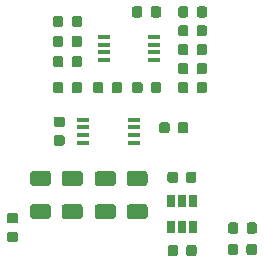
<source format=gtp>
G04 #@! TF.GenerationSoftware,KiCad,Pcbnew,(5.1.2)-1*
G04 #@! TF.CreationDate,2021-08-24T10:23:30+09:00*
G04 #@! TF.ProjectId,csa,6373612e-6b69-4636-9164-5f7063625858,v1.3*
G04 #@! TF.SameCoordinates,Original*
G04 #@! TF.FileFunction,Paste,Top*
G04 #@! TF.FilePolarity,Positive*
%FSLAX46Y46*%
G04 Gerber Fmt 4.6, Leading zero omitted, Abs format (unit mm)*
G04 Created by KiCad (PCBNEW (5.1.2)-1) date 2021-08-24 10:23:30*
%MOMM*%
%LPD*%
G04 APERTURE LIST*
%ADD10C,0.100000*%
%ADD11C,0.875000*%
%ADD12C,1.250000*%
%ADD13R,1.100000X0.400000*%
%ADD14R,0.650000X1.060000*%
G04 APERTURE END LIST*
D10*
G36*
X144917691Y-129611053D02*
G01*
X144938926Y-129614203D01*
X144959750Y-129619419D01*
X144979962Y-129626651D01*
X144999368Y-129635830D01*
X145017781Y-129646866D01*
X145035024Y-129659654D01*
X145050930Y-129674070D01*
X145065346Y-129689976D01*
X145078134Y-129707219D01*
X145089170Y-129725632D01*
X145098349Y-129745038D01*
X145105581Y-129765250D01*
X145110797Y-129786074D01*
X145113947Y-129807309D01*
X145115000Y-129828750D01*
X145115000Y-130266250D01*
X145113947Y-130287691D01*
X145110797Y-130308926D01*
X145105581Y-130329750D01*
X145098349Y-130349962D01*
X145089170Y-130369368D01*
X145078134Y-130387781D01*
X145065346Y-130405024D01*
X145050930Y-130420930D01*
X145035024Y-130435346D01*
X145017781Y-130448134D01*
X144999368Y-130459170D01*
X144979962Y-130468349D01*
X144959750Y-130475581D01*
X144938926Y-130480797D01*
X144917691Y-130483947D01*
X144896250Y-130485000D01*
X144383750Y-130485000D01*
X144362309Y-130483947D01*
X144341074Y-130480797D01*
X144320250Y-130475581D01*
X144300038Y-130468349D01*
X144280632Y-130459170D01*
X144262219Y-130448134D01*
X144244976Y-130435346D01*
X144229070Y-130420930D01*
X144214654Y-130405024D01*
X144201866Y-130387781D01*
X144190830Y-130369368D01*
X144181651Y-130349962D01*
X144174419Y-130329750D01*
X144169203Y-130308926D01*
X144166053Y-130287691D01*
X144165000Y-130266250D01*
X144165000Y-129828750D01*
X144166053Y-129807309D01*
X144169203Y-129786074D01*
X144174419Y-129765250D01*
X144181651Y-129745038D01*
X144190830Y-129725632D01*
X144201866Y-129707219D01*
X144214654Y-129689976D01*
X144229070Y-129674070D01*
X144244976Y-129659654D01*
X144262219Y-129646866D01*
X144280632Y-129635830D01*
X144300038Y-129626651D01*
X144320250Y-129619419D01*
X144341074Y-129614203D01*
X144362309Y-129611053D01*
X144383750Y-129610000D01*
X144896250Y-129610000D01*
X144917691Y-129611053D01*
X144917691Y-129611053D01*
G37*
D11*
X144640000Y-130047500D03*
D10*
G36*
X144917691Y-128036053D02*
G01*
X144938926Y-128039203D01*
X144959750Y-128044419D01*
X144979962Y-128051651D01*
X144999368Y-128060830D01*
X145017781Y-128071866D01*
X145035024Y-128084654D01*
X145050930Y-128099070D01*
X145065346Y-128114976D01*
X145078134Y-128132219D01*
X145089170Y-128150632D01*
X145098349Y-128170038D01*
X145105581Y-128190250D01*
X145110797Y-128211074D01*
X145113947Y-128232309D01*
X145115000Y-128253750D01*
X145115000Y-128691250D01*
X145113947Y-128712691D01*
X145110797Y-128733926D01*
X145105581Y-128754750D01*
X145098349Y-128774962D01*
X145089170Y-128794368D01*
X145078134Y-128812781D01*
X145065346Y-128830024D01*
X145050930Y-128845930D01*
X145035024Y-128860346D01*
X145017781Y-128873134D01*
X144999368Y-128884170D01*
X144979962Y-128893349D01*
X144959750Y-128900581D01*
X144938926Y-128905797D01*
X144917691Y-128908947D01*
X144896250Y-128910000D01*
X144383750Y-128910000D01*
X144362309Y-128908947D01*
X144341074Y-128905797D01*
X144320250Y-128900581D01*
X144300038Y-128893349D01*
X144280632Y-128884170D01*
X144262219Y-128873134D01*
X144244976Y-128860346D01*
X144229070Y-128845930D01*
X144214654Y-128830024D01*
X144201866Y-128812781D01*
X144190830Y-128794368D01*
X144181651Y-128774962D01*
X144174419Y-128754750D01*
X144169203Y-128733926D01*
X144166053Y-128712691D01*
X144165000Y-128691250D01*
X144165000Y-128253750D01*
X144166053Y-128232309D01*
X144169203Y-128211074D01*
X144174419Y-128190250D01*
X144181651Y-128170038D01*
X144190830Y-128150632D01*
X144201866Y-128132219D01*
X144214654Y-128114976D01*
X144229070Y-128099070D01*
X144244976Y-128084654D01*
X144262219Y-128071866D01*
X144280632Y-128060830D01*
X144300038Y-128051651D01*
X144320250Y-128044419D01*
X144341074Y-128039203D01*
X144362309Y-128036053D01*
X144383750Y-128035000D01*
X144896250Y-128035000D01*
X144917691Y-128036053D01*
X144917691Y-128036053D01*
G37*
D11*
X144640000Y-128472500D03*
D10*
G36*
X147669504Y-127266204D02*
G01*
X147693773Y-127269804D01*
X147717571Y-127275765D01*
X147740671Y-127284030D01*
X147762849Y-127294520D01*
X147783893Y-127307133D01*
X147803598Y-127321747D01*
X147821777Y-127338223D01*
X147838253Y-127356402D01*
X147852867Y-127376107D01*
X147865480Y-127397151D01*
X147875970Y-127419329D01*
X147884235Y-127442429D01*
X147890196Y-127466227D01*
X147893796Y-127490496D01*
X147895000Y-127515000D01*
X147895000Y-128265000D01*
X147893796Y-128289504D01*
X147890196Y-128313773D01*
X147884235Y-128337571D01*
X147875970Y-128360671D01*
X147865480Y-128382849D01*
X147852867Y-128403893D01*
X147838253Y-128423598D01*
X147821777Y-128441777D01*
X147803598Y-128458253D01*
X147783893Y-128472867D01*
X147762849Y-128485480D01*
X147740671Y-128495970D01*
X147717571Y-128504235D01*
X147693773Y-128510196D01*
X147669504Y-128513796D01*
X147645000Y-128515000D01*
X146395000Y-128515000D01*
X146370496Y-128513796D01*
X146346227Y-128510196D01*
X146322429Y-128504235D01*
X146299329Y-128495970D01*
X146277151Y-128485480D01*
X146256107Y-128472867D01*
X146236402Y-128458253D01*
X146218223Y-128441777D01*
X146201747Y-128423598D01*
X146187133Y-128403893D01*
X146174520Y-128382849D01*
X146164030Y-128360671D01*
X146155765Y-128337571D01*
X146149804Y-128313773D01*
X146146204Y-128289504D01*
X146145000Y-128265000D01*
X146145000Y-127515000D01*
X146146204Y-127490496D01*
X146149804Y-127466227D01*
X146155765Y-127442429D01*
X146164030Y-127419329D01*
X146174520Y-127397151D01*
X146187133Y-127376107D01*
X146201747Y-127356402D01*
X146218223Y-127338223D01*
X146236402Y-127321747D01*
X146256107Y-127307133D01*
X146277151Y-127294520D01*
X146299329Y-127284030D01*
X146322429Y-127275765D01*
X146346227Y-127269804D01*
X146370496Y-127266204D01*
X146395000Y-127265000D01*
X147645000Y-127265000D01*
X147669504Y-127266204D01*
X147669504Y-127266204D01*
G37*
D12*
X147020000Y-127890000D03*
D10*
G36*
X147669504Y-124466204D02*
G01*
X147693773Y-124469804D01*
X147717571Y-124475765D01*
X147740671Y-124484030D01*
X147762849Y-124494520D01*
X147783893Y-124507133D01*
X147803598Y-124521747D01*
X147821777Y-124538223D01*
X147838253Y-124556402D01*
X147852867Y-124576107D01*
X147865480Y-124597151D01*
X147875970Y-124619329D01*
X147884235Y-124642429D01*
X147890196Y-124666227D01*
X147893796Y-124690496D01*
X147895000Y-124715000D01*
X147895000Y-125465000D01*
X147893796Y-125489504D01*
X147890196Y-125513773D01*
X147884235Y-125537571D01*
X147875970Y-125560671D01*
X147865480Y-125582849D01*
X147852867Y-125603893D01*
X147838253Y-125623598D01*
X147821777Y-125641777D01*
X147803598Y-125658253D01*
X147783893Y-125672867D01*
X147762849Y-125685480D01*
X147740671Y-125695970D01*
X147717571Y-125704235D01*
X147693773Y-125710196D01*
X147669504Y-125713796D01*
X147645000Y-125715000D01*
X146395000Y-125715000D01*
X146370496Y-125713796D01*
X146346227Y-125710196D01*
X146322429Y-125704235D01*
X146299329Y-125695970D01*
X146277151Y-125685480D01*
X146256107Y-125672867D01*
X146236402Y-125658253D01*
X146218223Y-125641777D01*
X146201747Y-125623598D01*
X146187133Y-125603893D01*
X146174520Y-125582849D01*
X146164030Y-125560671D01*
X146155765Y-125537571D01*
X146149804Y-125513773D01*
X146146204Y-125489504D01*
X146145000Y-125465000D01*
X146145000Y-124715000D01*
X146146204Y-124690496D01*
X146149804Y-124666227D01*
X146155765Y-124642429D01*
X146164030Y-124619329D01*
X146174520Y-124597151D01*
X146187133Y-124576107D01*
X146201747Y-124556402D01*
X146218223Y-124538223D01*
X146236402Y-124521747D01*
X146256107Y-124507133D01*
X146277151Y-124494520D01*
X146299329Y-124484030D01*
X146322429Y-124475765D01*
X146346227Y-124469804D01*
X146370496Y-124466204D01*
X146395000Y-124465000D01*
X147645000Y-124465000D01*
X147669504Y-124466204D01*
X147669504Y-124466204D01*
G37*
D12*
X147020000Y-125090000D03*
D13*
X150650000Y-122075000D03*
X150650000Y-121425000D03*
X150650000Y-120775000D03*
X150650000Y-120125000D03*
X154950000Y-120125000D03*
X154950000Y-120775000D03*
X154950000Y-121425000D03*
X154950000Y-122075000D03*
D14*
X159000000Y-129200000D03*
X159950000Y-129200000D03*
X158050000Y-129200000D03*
X158050000Y-127000000D03*
X159000000Y-127000000D03*
X159950000Y-127000000D03*
D13*
X156650000Y-113125000D03*
X156650000Y-113775000D03*
X156650000Y-114425000D03*
X156650000Y-115075000D03*
X152350000Y-115075000D03*
X152350000Y-114425000D03*
X152350000Y-113775000D03*
X152350000Y-113125000D03*
D10*
G36*
X159340691Y-110526053D02*
G01*
X159361926Y-110529203D01*
X159382750Y-110534419D01*
X159402962Y-110541651D01*
X159422368Y-110550830D01*
X159440781Y-110561866D01*
X159458024Y-110574654D01*
X159473930Y-110589070D01*
X159488346Y-110604976D01*
X159501134Y-110622219D01*
X159512170Y-110640632D01*
X159521349Y-110660038D01*
X159528581Y-110680250D01*
X159533797Y-110701074D01*
X159536947Y-110722309D01*
X159538000Y-110743750D01*
X159538000Y-111256250D01*
X159536947Y-111277691D01*
X159533797Y-111298926D01*
X159528581Y-111319750D01*
X159521349Y-111339962D01*
X159512170Y-111359368D01*
X159501134Y-111377781D01*
X159488346Y-111395024D01*
X159473930Y-111410930D01*
X159458024Y-111425346D01*
X159440781Y-111438134D01*
X159422368Y-111449170D01*
X159402962Y-111458349D01*
X159382750Y-111465581D01*
X159361926Y-111470797D01*
X159340691Y-111473947D01*
X159319250Y-111475000D01*
X158881750Y-111475000D01*
X158860309Y-111473947D01*
X158839074Y-111470797D01*
X158818250Y-111465581D01*
X158798038Y-111458349D01*
X158778632Y-111449170D01*
X158760219Y-111438134D01*
X158742976Y-111425346D01*
X158727070Y-111410930D01*
X158712654Y-111395024D01*
X158699866Y-111377781D01*
X158688830Y-111359368D01*
X158679651Y-111339962D01*
X158672419Y-111319750D01*
X158667203Y-111298926D01*
X158664053Y-111277691D01*
X158663000Y-111256250D01*
X158663000Y-110743750D01*
X158664053Y-110722309D01*
X158667203Y-110701074D01*
X158672419Y-110680250D01*
X158679651Y-110660038D01*
X158688830Y-110640632D01*
X158699866Y-110622219D01*
X158712654Y-110604976D01*
X158727070Y-110589070D01*
X158742976Y-110574654D01*
X158760219Y-110561866D01*
X158778632Y-110550830D01*
X158798038Y-110541651D01*
X158818250Y-110534419D01*
X158839074Y-110529203D01*
X158860309Y-110526053D01*
X158881750Y-110525000D01*
X159319250Y-110525000D01*
X159340691Y-110526053D01*
X159340691Y-110526053D01*
G37*
D11*
X159100500Y-111000000D03*
D10*
G36*
X160915691Y-110526053D02*
G01*
X160936926Y-110529203D01*
X160957750Y-110534419D01*
X160977962Y-110541651D01*
X160997368Y-110550830D01*
X161015781Y-110561866D01*
X161033024Y-110574654D01*
X161048930Y-110589070D01*
X161063346Y-110604976D01*
X161076134Y-110622219D01*
X161087170Y-110640632D01*
X161096349Y-110660038D01*
X161103581Y-110680250D01*
X161108797Y-110701074D01*
X161111947Y-110722309D01*
X161113000Y-110743750D01*
X161113000Y-111256250D01*
X161111947Y-111277691D01*
X161108797Y-111298926D01*
X161103581Y-111319750D01*
X161096349Y-111339962D01*
X161087170Y-111359368D01*
X161076134Y-111377781D01*
X161063346Y-111395024D01*
X161048930Y-111410930D01*
X161033024Y-111425346D01*
X161015781Y-111438134D01*
X160997368Y-111449170D01*
X160977962Y-111458349D01*
X160957750Y-111465581D01*
X160936926Y-111470797D01*
X160915691Y-111473947D01*
X160894250Y-111475000D01*
X160456750Y-111475000D01*
X160435309Y-111473947D01*
X160414074Y-111470797D01*
X160393250Y-111465581D01*
X160373038Y-111458349D01*
X160353632Y-111449170D01*
X160335219Y-111438134D01*
X160317976Y-111425346D01*
X160302070Y-111410930D01*
X160287654Y-111395024D01*
X160274866Y-111377781D01*
X160263830Y-111359368D01*
X160254651Y-111339962D01*
X160247419Y-111319750D01*
X160242203Y-111298926D01*
X160239053Y-111277691D01*
X160238000Y-111256250D01*
X160238000Y-110743750D01*
X160239053Y-110722309D01*
X160242203Y-110701074D01*
X160247419Y-110680250D01*
X160254651Y-110660038D01*
X160263830Y-110640632D01*
X160274866Y-110622219D01*
X160287654Y-110604976D01*
X160302070Y-110589070D01*
X160317976Y-110574654D01*
X160335219Y-110561866D01*
X160353632Y-110550830D01*
X160373038Y-110541651D01*
X160393250Y-110534419D01*
X160414074Y-110529203D01*
X160435309Y-110526053D01*
X160456750Y-110525000D01*
X160894250Y-110525000D01*
X160915691Y-110526053D01*
X160915691Y-110526053D01*
G37*
D11*
X160675500Y-111000000D03*
D10*
G36*
X152140691Y-116926053D02*
G01*
X152161926Y-116929203D01*
X152182750Y-116934419D01*
X152202962Y-116941651D01*
X152222368Y-116950830D01*
X152240781Y-116961866D01*
X152258024Y-116974654D01*
X152273930Y-116989070D01*
X152288346Y-117004976D01*
X152301134Y-117022219D01*
X152312170Y-117040632D01*
X152321349Y-117060038D01*
X152328581Y-117080250D01*
X152333797Y-117101074D01*
X152336947Y-117122309D01*
X152338000Y-117143750D01*
X152338000Y-117656250D01*
X152336947Y-117677691D01*
X152333797Y-117698926D01*
X152328581Y-117719750D01*
X152321349Y-117739962D01*
X152312170Y-117759368D01*
X152301134Y-117777781D01*
X152288346Y-117795024D01*
X152273930Y-117810930D01*
X152258024Y-117825346D01*
X152240781Y-117838134D01*
X152222368Y-117849170D01*
X152202962Y-117858349D01*
X152182750Y-117865581D01*
X152161926Y-117870797D01*
X152140691Y-117873947D01*
X152119250Y-117875000D01*
X151681750Y-117875000D01*
X151660309Y-117873947D01*
X151639074Y-117870797D01*
X151618250Y-117865581D01*
X151598038Y-117858349D01*
X151578632Y-117849170D01*
X151560219Y-117838134D01*
X151542976Y-117825346D01*
X151527070Y-117810930D01*
X151512654Y-117795024D01*
X151499866Y-117777781D01*
X151488830Y-117759368D01*
X151479651Y-117739962D01*
X151472419Y-117719750D01*
X151467203Y-117698926D01*
X151464053Y-117677691D01*
X151463000Y-117656250D01*
X151463000Y-117143750D01*
X151464053Y-117122309D01*
X151467203Y-117101074D01*
X151472419Y-117080250D01*
X151479651Y-117060038D01*
X151488830Y-117040632D01*
X151499866Y-117022219D01*
X151512654Y-117004976D01*
X151527070Y-116989070D01*
X151542976Y-116974654D01*
X151560219Y-116961866D01*
X151578632Y-116950830D01*
X151598038Y-116941651D01*
X151618250Y-116934419D01*
X151639074Y-116929203D01*
X151660309Y-116926053D01*
X151681750Y-116925000D01*
X152119250Y-116925000D01*
X152140691Y-116926053D01*
X152140691Y-116926053D01*
G37*
D11*
X151900500Y-117400000D03*
D10*
G36*
X153715691Y-116926053D02*
G01*
X153736926Y-116929203D01*
X153757750Y-116934419D01*
X153777962Y-116941651D01*
X153797368Y-116950830D01*
X153815781Y-116961866D01*
X153833024Y-116974654D01*
X153848930Y-116989070D01*
X153863346Y-117004976D01*
X153876134Y-117022219D01*
X153887170Y-117040632D01*
X153896349Y-117060038D01*
X153903581Y-117080250D01*
X153908797Y-117101074D01*
X153911947Y-117122309D01*
X153913000Y-117143750D01*
X153913000Y-117656250D01*
X153911947Y-117677691D01*
X153908797Y-117698926D01*
X153903581Y-117719750D01*
X153896349Y-117739962D01*
X153887170Y-117759368D01*
X153876134Y-117777781D01*
X153863346Y-117795024D01*
X153848930Y-117810930D01*
X153833024Y-117825346D01*
X153815781Y-117838134D01*
X153797368Y-117849170D01*
X153777962Y-117858349D01*
X153757750Y-117865581D01*
X153736926Y-117870797D01*
X153715691Y-117873947D01*
X153694250Y-117875000D01*
X153256750Y-117875000D01*
X153235309Y-117873947D01*
X153214074Y-117870797D01*
X153193250Y-117865581D01*
X153173038Y-117858349D01*
X153153632Y-117849170D01*
X153135219Y-117838134D01*
X153117976Y-117825346D01*
X153102070Y-117810930D01*
X153087654Y-117795024D01*
X153074866Y-117777781D01*
X153063830Y-117759368D01*
X153054651Y-117739962D01*
X153047419Y-117719750D01*
X153042203Y-117698926D01*
X153039053Y-117677691D01*
X153038000Y-117656250D01*
X153038000Y-117143750D01*
X153039053Y-117122309D01*
X153042203Y-117101074D01*
X153047419Y-117080250D01*
X153054651Y-117060038D01*
X153063830Y-117040632D01*
X153074866Y-117022219D01*
X153087654Y-117004976D01*
X153102070Y-116989070D01*
X153117976Y-116974654D01*
X153135219Y-116961866D01*
X153153632Y-116950830D01*
X153173038Y-116941651D01*
X153193250Y-116934419D01*
X153214074Y-116929203D01*
X153235309Y-116926053D01*
X153256750Y-116925000D01*
X153694250Y-116925000D01*
X153715691Y-116926053D01*
X153715691Y-116926053D01*
G37*
D11*
X153475500Y-117400000D03*
D10*
G36*
X159315691Y-120326053D02*
G01*
X159336926Y-120329203D01*
X159357750Y-120334419D01*
X159377962Y-120341651D01*
X159397368Y-120350830D01*
X159415781Y-120361866D01*
X159433024Y-120374654D01*
X159448930Y-120389070D01*
X159463346Y-120404976D01*
X159476134Y-120422219D01*
X159487170Y-120440632D01*
X159496349Y-120460038D01*
X159503581Y-120480250D01*
X159508797Y-120501074D01*
X159511947Y-120522309D01*
X159513000Y-120543750D01*
X159513000Y-121056250D01*
X159511947Y-121077691D01*
X159508797Y-121098926D01*
X159503581Y-121119750D01*
X159496349Y-121139962D01*
X159487170Y-121159368D01*
X159476134Y-121177781D01*
X159463346Y-121195024D01*
X159448930Y-121210930D01*
X159433024Y-121225346D01*
X159415781Y-121238134D01*
X159397368Y-121249170D01*
X159377962Y-121258349D01*
X159357750Y-121265581D01*
X159336926Y-121270797D01*
X159315691Y-121273947D01*
X159294250Y-121275000D01*
X158856750Y-121275000D01*
X158835309Y-121273947D01*
X158814074Y-121270797D01*
X158793250Y-121265581D01*
X158773038Y-121258349D01*
X158753632Y-121249170D01*
X158735219Y-121238134D01*
X158717976Y-121225346D01*
X158702070Y-121210930D01*
X158687654Y-121195024D01*
X158674866Y-121177781D01*
X158663830Y-121159368D01*
X158654651Y-121139962D01*
X158647419Y-121119750D01*
X158642203Y-121098926D01*
X158639053Y-121077691D01*
X158638000Y-121056250D01*
X158638000Y-120543750D01*
X158639053Y-120522309D01*
X158642203Y-120501074D01*
X158647419Y-120480250D01*
X158654651Y-120460038D01*
X158663830Y-120440632D01*
X158674866Y-120422219D01*
X158687654Y-120404976D01*
X158702070Y-120389070D01*
X158717976Y-120374654D01*
X158735219Y-120361866D01*
X158753632Y-120350830D01*
X158773038Y-120341651D01*
X158793250Y-120334419D01*
X158814074Y-120329203D01*
X158835309Y-120326053D01*
X158856750Y-120325000D01*
X159294250Y-120325000D01*
X159315691Y-120326053D01*
X159315691Y-120326053D01*
G37*
D11*
X159075500Y-120800000D03*
D10*
G36*
X157740691Y-120326053D02*
G01*
X157761926Y-120329203D01*
X157782750Y-120334419D01*
X157802962Y-120341651D01*
X157822368Y-120350830D01*
X157840781Y-120361866D01*
X157858024Y-120374654D01*
X157873930Y-120389070D01*
X157888346Y-120404976D01*
X157901134Y-120422219D01*
X157912170Y-120440632D01*
X157921349Y-120460038D01*
X157928581Y-120480250D01*
X157933797Y-120501074D01*
X157936947Y-120522309D01*
X157938000Y-120543750D01*
X157938000Y-121056250D01*
X157936947Y-121077691D01*
X157933797Y-121098926D01*
X157928581Y-121119750D01*
X157921349Y-121139962D01*
X157912170Y-121159368D01*
X157901134Y-121177781D01*
X157888346Y-121195024D01*
X157873930Y-121210930D01*
X157858024Y-121225346D01*
X157840781Y-121238134D01*
X157822368Y-121249170D01*
X157802962Y-121258349D01*
X157782750Y-121265581D01*
X157761926Y-121270797D01*
X157740691Y-121273947D01*
X157719250Y-121275000D01*
X157281750Y-121275000D01*
X157260309Y-121273947D01*
X157239074Y-121270797D01*
X157218250Y-121265581D01*
X157198038Y-121258349D01*
X157178632Y-121249170D01*
X157160219Y-121238134D01*
X157142976Y-121225346D01*
X157127070Y-121210930D01*
X157112654Y-121195024D01*
X157099866Y-121177781D01*
X157088830Y-121159368D01*
X157079651Y-121139962D01*
X157072419Y-121119750D01*
X157067203Y-121098926D01*
X157064053Y-121077691D01*
X157063000Y-121056250D01*
X157063000Y-120543750D01*
X157064053Y-120522309D01*
X157067203Y-120501074D01*
X157072419Y-120480250D01*
X157079651Y-120460038D01*
X157088830Y-120440632D01*
X157099866Y-120422219D01*
X157112654Y-120404976D01*
X157127070Y-120389070D01*
X157142976Y-120374654D01*
X157160219Y-120361866D01*
X157178632Y-120350830D01*
X157198038Y-120341651D01*
X157218250Y-120334419D01*
X157239074Y-120329203D01*
X157260309Y-120326053D01*
X157281750Y-120325000D01*
X157719250Y-120325000D01*
X157740691Y-120326053D01*
X157740691Y-120326053D01*
G37*
D11*
X157500500Y-120800000D03*
D10*
G36*
X150349504Y-127276204D02*
G01*
X150373773Y-127279804D01*
X150397571Y-127285765D01*
X150420671Y-127294030D01*
X150442849Y-127304520D01*
X150463893Y-127317133D01*
X150483598Y-127331747D01*
X150501777Y-127348223D01*
X150518253Y-127366402D01*
X150532867Y-127386107D01*
X150545480Y-127407151D01*
X150555970Y-127429329D01*
X150564235Y-127452429D01*
X150570196Y-127476227D01*
X150573796Y-127500496D01*
X150575000Y-127525000D01*
X150575000Y-128275000D01*
X150573796Y-128299504D01*
X150570196Y-128323773D01*
X150564235Y-128347571D01*
X150555970Y-128370671D01*
X150545480Y-128392849D01*
X150532867Y-128413893D01*
X150518253Y-128433598D01*
X150501777Y-128451777D01*
X150483598Y-128468253D01*
X150463893Y-128482867D01*
X150442849Y-128495480D01*
X150420671Y-128505970D01*
X150397571Y-128514235D01*
X150373773Y-128520196D01*
X150349504Y-128523796D01*
X150325000Y-128525000D01*
X149075000Y-128525000D01*
X149050496Y-128523796D01*
X149026227Y-128520196D01*
X149002429Y-128514235D01*
X148979329Y-128505970D01*
X148957151Y-128495480D01*
X148936107Y-128482867D01*
X148916402Y-128468253D01*
X148898223Y-128451777D01*
X148881747Y-128433598D01*
X148867133Y-128413893D01*
X148854520Y-128392849D01*
X148844030Y-128370671D01*
X148835765Y-128347571D01*
X148829804Y-128323773D01*
X148826204Y-128299504D01*
X148825000Y-128275000D01*
X148825000Y-127525000D01*
X148826204Y-127500496D01*
X148829804Y-127476227D01*
X148835765Y-127452429D01*
X148844030Y-127429329D01*
X148854520Y-127407151D01*
X148867133Y-127386107D01*
X148881747Y-127366402D01*
X148898223Y-127348223D01*
X148916402Y-127331747D01*
X148936107Y-127317133D01*
X148957151Y-127304520D01*
X148979329Y-127294030D01*
X149002429Y-127285765D01*
X149026227Y-127279804D01*
X149050496Y-127276204D01*
X149075000Y-127275000D01*
X150325000Y-127275000D01*
X150349504Y-127276204D01*
X150349504Y-127276204D01*
G37*
D12*
X149700000Y-127900000D03*
D10*
G36*
X150349504Y-124476204D02*
G01*
X150373773Y-124479804D01*
X150397571Y-124485765D01*
X150420671Y-124494030D01*
X150442849Y-124504520D01*
X150463893Y-124517133D01*
X150483598Y-124531747D01*
X150501777Y-124548223D01*
X150518253Y-124566402D01*
X150532867Y-124586107D01*
X150545480Y-124607151D01*
X150555970Y-124629329D01*
X150564235Y-124652429D01*
X150570196Y-124676227D01*
X150573796Y-124700496D01*
X150575000Y-124725000D01*
X150575000Y-125475000D01*
X150573796Y-125499504D01*
X150570196Y-125523773D01*
X150564235Y-125547571D01*
X150555970Y-125570671D01*
X150545480Y-125592849D01*
X150532867Y-125613893D01*
X150518253Y-125633598D01*
X150501777Y-125651777D01*
X150483598Y-125668253D01*
X150463893Y-125682867D01*
X150442849Y-125695480D01*
X150420671Y-125705970D01*
X150397571Y-125714235D01*
X150373773Y-125720196D01*
X150349504Y-125723796D01*
X150325000Y-125725000D01*
X149075000Y-125725000D01*
X149050496Y-125723796D01*
X149026227Y-125720196D01*
X149002429Y-125714235D01*
X148979329Y-125705970D01*
X148957151Y-125695480D01*
X148936107Y-125682867D01*
X148916402Y-125668253D01*
X148898223Y-125651777D01*
X148881747Y-125633598D01*
X148867133Y-125613893D01*
X148854520Y-125592849D01*
X148844030Y-125570671D01*
X148835765Y-125547571D01*
X148829804Y-125523773D01*
X148826204Y-125499504D01*
X148825000Y-125475000D01*
X148825000Y-124725000D01*
X148826204Y-124700496D01*
X148829804Y-124676227D01*
X148835765Y-124652429D01*
X148844030Y-124629329D01*
X148854520Y-124607151D01*
X148867133Y-124586107D01*
X148881747Y-124566402D01*
X148898223Y-124548223D01*
X148916402Y-124531747D01*
X148936107Y-124517133D01*
X148957151Y-124504520D01*
X148979329Y-124494030D01*
X149002429Y-124485765D01*
X149026227Y-124479804D01*
X149050496Y-124476204D01*
X149075000Y-124475000D01*
X150325000Y-124475000D01*
X150349504Y-124476204D01*
X150349504Y-124476204D01*
G37*
D12*
X149700000Y-125100000D03*
D10*
G36*
X148740691Y-113026053D02*
G01*
X148761926Y-113029203D01*
X148782750Y-113034419D01*
X148802962Y-113041651D01*
X148822368Y-113050830D01*
X148840781Y-113061866D01*
X148858024Y-113074654D01*
X148873930Y-113089070D01*
X148888346Y-113104976D01*
X148901134Y-113122219D01*
X148912170Y-113140632D01*
X148921349Y-113160038D01*
X148928581Y-113180250D01*
X148933797Y-113201074D01*
X148936947Y-113222309D01*
X148938000Y-113243750D01*
X148938000Y-113756250D01*
X148936947Y-113777691D01*
X148933797Y-113798926D01*
X148928581Y-113819750D01*
X148921349Y-113839962D01*
X148912170Y-113859368D01*
X148901134Y-113877781D01*
X148888346Y-113895024D01*
X148873930Y-113910930D01*
X148858024Y-113925346D01*
X148840781Y-113938134D01*
X148822368Y-113949170D01*
X148802962Y-113958349D01*
X148782750Y-113965581D01*
X148761926Y-113970797D01*
X148740691Y-113973947D01*
X148719250Y-113975000D01*
X148281750Y-113975000D01*
X148260309Y-113973947D01*
X148239074Y-113970797D01*
X148218250Y-113965581D01*
X148198038Y-113958349D01*
X148178632Y-113949170D01*
X148160219Y-113938134D01*
X148142976Y-113925346D01*
X148127070Y-113910930D01*
X148112654Y-113895024D01*
X148099866Y-113877781D01*
X148088830Y-113859368D01*
X148079651Y-113839962D01*
X148072419Y-113819750D01*
X148067203Y-113798926D01*
X148064053Y-113777691D01*
X148063000Y-113756250D01*
X148063000Y-113243750D01*
X148064053Y-113222309D01*
X148067203Y-113201074D01*
X148072419Y-113180250D01*
X148079651Y-113160038D01*
X148088830Y-113140632D01*
X148099866Y-113122219D01*
X148112654Y-113104976D01*
X148127070Y-113089070D01*
X148142976Y-113074654D01*
X148160219Y-113061866D01*
X148178632Y-113050830D01*
X148198038Y-113041651D01*
X148218250Y-113034419D01*
X148239074Y-113029203D01*
X148260309Y-113026053D01*
X148281750Y-113025000D01*
X148719250Y-113025000D01*
X148740691Y-113026053D01*
X148740691Y-113026053D01*
G37*
D11*
X148500500Y-113500000D03*
D10*
G36*
X150315691Y-113026053D02*
G01*
X150336926Y-113029203D01*
X150357750Y-113034419D01*
X150377962Y-113041651D01*
X150397368Y-113050830D01*
X150415781Y-113061866D01*
X150433024Y-113074654D01*
X150448930Y-113089070D01*
X150463346Y-113104976D01*
X150476134Y-113122219D01*
X150487170Y-113140632D01*
X150496349Y-113160038D01*
X150503581Y-113180250D01*
X150508797Y-113201074D01*
X150511947Y-113222309D01*
X150513000Y-113243750D01*
X150513000Y-113756250D01*
X150511947Y-113777691D01*
X150508797Y-113798926D01*
X150503581Y-113819750D01*
X150496349Y-113839962D01*
X150487170Y-113859368D01*
X150476134Y-113877781D01*
X150463346Y-113895024D01*
X150448930Y-113910930D01*
X150433024Y-113925346D01*
X150415781Y-113938134D01*
X150397368Y-113949170D01*
X150377962Y-113958349D01*
X150357750Y-113965581D01*
X150336926Y-113970797D01*
X150315691Y-113973947D01*
X150294250Y-113975000D01*
X149856750Y-113975000D01*
X149835309Y-113973947D01*
X149814074Y-113970797D01*
X149793250Y-113965581D01*
X149773038Y-113958349D01*
X149753632Y-113949170D01*
X149735219Y-113938134D01*
X149717976Y-113925346D01*
X149702070Y-113910930D01*
X149687654Y-113895024D01*
X149674866Y-113877781D01*
X149663830Y-113859368D01*
X149654651Y-113839962D01*
X149647419Y-113819750D01*
X149642203Y-113798926D01*
X149639053Y-113777691D01*
X149638000Y-113756250D01*
X149638000Y-113243750D01*
X149639053Y-113222309D01*
X149642203Y-113201074D01*
X149647419Y-113180250D01*
X149654651Y-113160038D01*
X149663830Y-113140632D01*
X149674866Y-113122219D01*
X149687654Y-113104976D01*
X149702070Y-113089070D01*
X149717976Y-113074654D01*
X149735219Y-113061866D01*
X149753632Y-113050830D01*
X149773038Y-113041651D01*
X149793250Y-113034419D01*
X149814074Y-113029203D01*
X149835309Y-113026053D01*
X149856750Y-113025000D01*
X150294250Y-113025000D01*
X150315691Y-113026053D01*
X150315691Y-113026053D01*
G37*
D11*
X150075500Y-113500000D03*
D10*
G36*
X150327691Y-111326053D02*
G01*
X150348926Y-111329203D01*
X150369750Y-111334419D01*
X150389962Y-111341651D01*
X150409368Y-111350830D01*
X150427781Y-111361866D01*
X150445024Y-111374654D01*
X150460930Y-111389070D01*
X150475346Y-111404976D01*
X150488134Y-111422219D01*
X150499170Y-111440632D01*
X150508349Y-111460038D01*
X150515581Y-111480250D01*
X150520797Y-111501074D01*
X150523947Y-111522309D01*
X150525000Y-111543750D01*
X150525000Y-112056250D01*
X150523947Y-112077691D01*
X150520797Y-112098926D01*
X150515581Y-112119750D01*
X150508349Y-112139962D01*
X150499170Y-112159368D01*
X150488134Y-112177781D01*
X150475346Y-112195024D01*
X150460930Y-112210930D01*
X150445024Y-112225346D01*
X150427781Y-112238134D01*
X150409368Y-112249170D01*
X150389962Y-112258349D01*
X150369750Y-112265581D01*
X150348926Y-112270797D01*
X150327691Y-112273947D01*
X150306250Y-112275000D01*
X149868750Y-112275000D01*
X149847309Y-112273947D01*
X149826074Y-112270797D01*
X149805250Y-112265581D01*
X149785038Y-112258349D01*
X149765632Y-112249170D01*
X149747219Y-112238134D01*
X149729976Y-112225346D01*
X149714070Y-112210930D01*
X149699654Y-112195024D01*
X149686866Y-112177781D01*
X149675830Y-112159368D01*
X149666651Y-112139962D01*
X149659419Y-112119750D01*
X149654203Y-112098926D01*
X149651053Y-112077691D01*
X149650000Y-112056250D01*
X149650000Y-111543750D01*
X149651053Y-111522309D01*
X149654203Y-111501074D01*
X149659419Y-111480250D01*
X149666651Y-111460038D01*
X149675830Y-111440632D01*
X149686866Y-111422219D01*
X149699654Y-111404976D01*
X149714070Y-111389070D01*
X149729976Y-111374654D01*
X149747219Y-111361866D01*
X149765632Y-111350830D01*
X149785038Y-111341651D01*
X149805250Y-111334419D01*
X149826074Y-111329203D01*
X149847309Y-111326053D01*
X149868750Y-111325000D01*
X150306250Y-111325000D01*
X150327691Y-111326053D01*
X150327691Y-111326053D01*
G37*
D11*
X150087500Y-111800000D03*
D10*
G36*
X148752691Y-111326053D02*
G01*
X148773926Y-111329203D01*
X148794750Y-111334419D01*
X148814962Y-111341651D01*
X148834368Y-111350830D01*
X148852781Y-111361866D01*
X148870024Y-111374654D01*
X148885930Y-111389070D01*
X148900346Y-111404976D01*
X148913134Y-111422219D01*
X148924170Y-111440632D01*
X148933349Y-111460038D01*
X148940581Y-111480250D01*
X148945797Y-111501074D01*
X148948947Y-111522309D01*
X148950000Y-111543750D01*
X148950000Y-112056250D01*
X148948947Y-112077691D01*
X148945797Y-112098926D01*
X148940581Y-112119750D01*
X148933349Y-112139962D01*
X148924170Y-112159368D01*
X148913134Y-112177781D01*
X148900346Y-112195024D01*
X148885930Y-112210930D01*
X148870024Y-112225346D01*
X148852781Y-112238134D01*
X148834368Y-112249170D01*
X148814962Y-112258349D01*
X148794750Y-112265581D01*
X148773926Y-112270797D01*
X148752691Y-112273947D01*
X148731250Y-112275000D01*
X148293750Y-112275000D01*
X148272309Y-112273947D01*
X148251074Y-112270797D01*
X148230250Y-112265581D01*
X148210038Y-112258349D01*
X148190632Y-112249170D01*
X148172219Y-112238134D01*
X148154976Y-112225346D01*
X148139070Y-112210930D01*
X148124654Y-112195024D01*
X148111866Y-112177781D01*
X148100830Y-112159368D01*
X148091651Y-112139962D01*
X148084419Y-112119750D01*
X148079203Y-112098926D01*
X148076053Y-112077691D01*
X148075000Y-112056250D01*
X148075000Y-111543750D01*
X148076053Y-111522309D01*
X148079203Y-111501074D01*
X148084419Y-111480250D01*
X148091651Y-111460038D01*
X148100830Y-111440632D01*
X148111866Y-111422219D01*
X148124654Y-111404976D01*
X148139070Y-111389070D01*
X148154976Y-111374654D01*
X148172219Y-111361866D01*
X148190632Y-111350830D01*
X148210038Y-111341651D01*
X148230250Y-111334419D01*
X148251074Y-111329203D01*
X148272309Y-111326053D01*
X148293750Y-111325000D01*
X148731250Y-111325000D01*
X148752691Y-111326053D01*
X148752691Y-111326053D01*
G37*
D11*
X148512500Y-111800000D03*
D10*
G36*
X163564691Y-128826053D02*
G01*
X163585926Y-128829203D01*
X163606750Y-128834419D01*
X163626962Y-128841651D01*
X163646368Y-128850830D01*
X163664781Y-128861866D01*
X163682024Y-128874654D01*
X163697930Y-128889070D01*
X163712346Y-128904976D01*
X163725134Y-128922219D01*
X163736170Y-128940632D01*
X163745349Y-128960038D01*
X163752581Y-128980250D01*
X163757797Y-129001074D01*
X163760947Y-129022309D01*
X163762000Y-129043750D01*
X163762000Y-129556250D01*
X163760947Y-129577691D01*
X163757797Y-129598926D01*
X163752581Y-129619750D01*
X163745349Y-129639962D01*
X163736170Y-129659368D01*
X163725134Y-129677781D01*
X163712346Y-129695024D01*
X163697930Y-129710930D01*
X163682024Y-129725346D01*
X163664781Y-129738134D01*
X163646368Y-129749170D01*
X163626962Y-129758349D01*
X163606750Y-129765581D01*
X163585926Y-129770797D01*
X163564691Y-129773947D01*
X163543250Y-129775000D01*
X163105750Y-129775000D01*
X163084309Y-129773947D01*
X163063074Y-129770797D01*
X163042250Y-129765581D01*
X163022038Y-129758349D01*
X163002632Y-129749170D01*
X162984219Y-129738134D01*
X162966976Y-129725346D01*
X162951070Y-129710930D01*
X162936654Y-129695024D01*
X162923866Y-129677781D01*
X162912830Y-129659368D01*
X162903651Y-129639962D01*
X162896419Y-129619750D01*
X162891203Y-129598926D01*
X162888053Y-129577691D01*
X162887000Y-129556250D01*
X162887000Y-129043750D01*
X162888053Y-129022309D01*
X162891203Y-129001074D01*
X162896419Y-128980250D01*
X162903651Y-128960038D01*
X162912830Y-128940632D01*
X162923866Y-128922219D01*
X162936654Y-128904976D01*
X162951070Y-128889070D01*
X162966976Y-128874654D01*
X162984219Y-128861866D01*
X163002632Y-128850830D01*
X163022038Y-128841651D01*
X163042250Y-128834419D01*
X163063074Y-128829203D01*
X163084309Y-128826053D01*
X163105750Y-128825000D01*
X163543250Y-128825000D01*
X163564691Y-128826053D01*
X163564691Y-128826053D01*
G37*
D11*
X163324500Y-129300000D03*
D10*
G36*
X165139691Y-128826053D02*
G01*
X165160926Y-128829203D01*
X165181750Y-128834419D01*
X165201962Y-128841651D01*
X165221368Y-128850830D01*
X165239781Y-128861866D01*
X165257024Y-128874654D01*
X165272930Y-128889070D01*
X165287346Y-128904976D01*
X165300134Y-128922219D01*
X165311170Y-128940632D01*
X165320349Y-128960038D01*
X165327581Y-128980250D01*
X165332797Y-129001074D01*
X165335947Y-129022309D01*
X165337000Y-129043750D01*
X165337000Y-129556250D01*
X165335947Y-129577691D01*
X165332797Y-129598926D01*
X165327581Y-129619750D01*
X165320349Y-129639962D01*
X165311170Y-129659368D01*
X165300134Y-129677781D01*
X165287346Y-129695024D01*
X165272930Y-129710930D01*
X165257024Y-129725346D01*
X165239781Y-129738134D01*
X165221368Y-129749170D01*
X165201962Y-129758349D01*
X165181750Y-129765581D01*
X165160926Y-129770797D01*
X165139691Y-129773947D01*
X165118250Y-129775000D01*
X164680750Y-129775000D01*
X164659309Y-129773947D01*
X164638074Y-129770797D01*
X164617250Y-129765581D01*
X164597038Y-129758349D01*
X164577632Y-129749170D01*
X164559219Y-129738134D01*
X164541976Y-129725346D01*
X164526070Y-129710930D01*
X164511654Y-129695024D01*
X164498866Y-129677781D01*
X164487830Y-129659368D01*
X164478651Y-129639962D01*
X164471419Y-129619750D01*
X164466203Y-129598926D01*
X164463053Y-129577691D01*
X164462000Y-129556250D01*
X164462000Y-129043750D01*
X164463053Y-129022309D01*
X164466203Y-129001074D01*
X164471419Y-128980250D01*
X164478651Y-128960038D01*
X164487830Y-128940632D01*
X164498866Y-128922219D01*
X164511654Y-128904976D01*
X164526070Y-128889070D01*
X164541976Y-128874654D01*
X164559219Y-128861866D01*
X164577632Y-128850830D01*
X164597038Y-128841651D01*
X164617250Y-128834419D01*
X164638074Y-128829203D01*
X164659309Y-128826053D01*
X164680750Y-128825000D01*
X165118250Y-128825000D01*
X165139691Y-128826053D01*
X165139691Y-128826053D01*
G37*
D11*
X164899500Y-129300000D03*
D10*
G36*
X163552691Y-130626053D02*
G01*
X163573926Y-130629203D01*
X163594750Y-130634419D01*
X163614962Y-130641651D01*
X163634368Y-130650830D01*
X163652781Y-130661866D01*
X163670024Y-130674654D01*
X163685930Y-130689070D01*
X163700346Y-130704976D01*
X163713134Y-130722219D01*
X163724170Y-130740632D01*
X163733349Y-130760038D01*
X163740581Y-130780250D01*
X163745797Y-130801074D01*
X163748947Y-130822309D01*
X163750000Y-130843750D01*
X163750000Y-131356250D01*
X163748947Y-131377691D01*
X163745797Y-131398926D01*
X163740581Y-131419750D01*
X163733349Y-131439962D01*
X163724170Y-131459368D01*
X163713134Y-131477781D01*
X163700346Y-131495024D01*
X163685930Y-131510930D01*
X163670024Y-131525346D01*
X163652781Y-131538134D01*
X163634368Y-131549170D01*
X163614962Y-131558349D01*
X163594750Y-131565581D01*
X163573926Y-131570797D01*
X163552691Y-131573947D01*
X163531250Y-131575000D01*
X163093750Y-131575000D01*
X163072309Y-131573947D01*
X163051074Y-131570797D01*
X163030250Y-131565581D01*
X163010038Y-131558349D01*
X162990632Y-131549170D01*
X162972219Y-131538134D01*
X162954976Y-131525346D01*
X162939070Y-131510930D01*
X162924654Y-131495024D01*
X162911866Y-131477781D01*
X162900830Y-131459368D01*
X162891651Y-131439962D01*
X162884419Y-131419750D01*
X162879203Y-131398926D01*
X162876053Y-131377691D01*
X162875000Y-131356250D01*
X162875000Y-130843750D01*
X162876053Y-130822309D01*
X162879203Y-130801074D01*
X162884419Y-130780250D01*
X162891651Y-130760038D01*
X162900830Y-130740632D01*
X162911866Y-130722219D01*
X162924654Y-130704976D01*
X162939070Y-130689070D01*
X162954976Y-130674654D01*
X162972219Y-130661866D01*
X162990632Y-130650830D01*
X163010038Y-130641651D01*
X163030250Y-130634419D01*
X163051074Y-130629203D01*
X163072309Y-130626053D01*
X163093750Y-130625000D01*
X163531250Y-130625000D01*
X163552691Y-130626053D01*
X163552691Y-130626053D01*
G37*
D11*
X163312500Y-131100000D03*
D10*
G36*
X165127691Y-130626053D02*
G01*
X165148926Y-130629203D01*
X165169750Y-130634419D01*
X165189962Y-130641651D01*
X165209368Y-130650830D01*
X165227781Y-130661866D01*
X165245024Y-130674654D01*
X165260930Y-130689070D01*
X165275346Y-130704976D01*
X165288134Y-130722219D01*
X165299170Y-130740632D01*
X165308349Y-130760038D01*
X165315581Y-130780250D01*
X165320797Y-130801074D01*
X165323947Y-130822309D01*
X165325000Y-130843750D01*
X165325000Y-131356250D01*
X165323947Y-131377691D01*
X165320797Y-131398926D01*
X165315581Y-131419750D01*
X165308349Y-131439962D01*
X165299170Y-131459368D01*
X165288134Y-131477781D01*
X165275346Y-131495024D01*
X165260930Y-131510930D01*
X165245024Y-131525346D01*
X165227781Y-131538134D01*
X165209368Y-131549170D01*
X165189962Y-131558349D01*
X165169750Y-131565581D01*
X165148926Y-131570797D01*
X165127691Y-131573947D01*
X165106250Y-131575000D01*
X164668750Y-131575000D01*
X164647309Y-131573947D01*
X164626074Y-131570797D01*
X164605250Y-131565581D01*
X164585038Y-131558349D01*
X164565632Y-131549170D01*
X164547219Y-131538134D01*
X164529976Y-131525346D01*
X164514070Y-131510930D01*
X164499654Y-131495024D01*
X164486866Y-131477781D01*
X164475830Y-131459368D01*
X164466651Y-131439962D01*
X164459419Y-131419750D01*
X164454203Y-131398926D01*
X164451053Y-131377691D01*
X164450000Y-131356250D01*
X164450000Y-130843750D01*
X164451053Y-130822309D01*
X164454203Y-130801074D01*
X164459419Y-130780250D01*
X164466651Y-130760038D01*
X164475830Y-130740632D01*
X164486866Y-130722219D01*
X164499654Y-130704976D01*
X164514070Y-130689070D01*
X164529976Y-130674654D01*
X164547219Y-130661866D01*
X164565632Y-130650830D01*
X164585038Y-130641651D01*
X164605250Y-130634419D01*
X164626074Y-130629203D01*
X164647309Y-130626053D01*
X164668750Y-130625000D01*
X165106250Y-130625000D01*
X165127691Y-130626053D01*
X165127691Y-130626053D01*
G37*
D11*
X164887500Y-131100000D03*
D10*
G36*
X155440691Y-110526053D02*
G01*
X155461926Y-110529203D01*
X155482750Y-110534419D01*
X155502962Y-110541651D01*
X155522368Y-110550830D01*
X155540781Y-110561866D01*
X155558024Y-110574654D01*
X155573930Y-110589070D01*
X155588346Y-110604976D01*
X155601134Y-110622219D01*
X155612170Y-110640632D01*
X155621349Y-110660038D01*
X155628581Y-110680250D01*
X155633797Y-110701074D01*
X155636947Y-110722309D01*
X155638000Y-110743750D01*
X155638000Y-111256250D01*
X155636947Y-111277691D01*
X155633797Y-111298926D01*
X155628581Y-111319750D01*
X155621349Y-111339962D01*
X155612170Y-111359368D01*
X155601134Y-111377781D01*
X155588346Y-111395024D01*
X155573930Y-111410930D01*
X155558024Y-111425346D01*
X155540781Y-111438134D01*
X155522368Y-111449170D01*
X155502962Y-111458349D01*
X155482750Y-111465581D01*
X155461926Y-111470797D01*
X155440691Y-111473947D01*
X155419250Y-111475000D01*
X154981750Y-111475000D01*
X154960309Y-111473947D01*
X154939074Y-111470797D01*
X154918250Y-111465581D01*
X154898038Y-111458349D01*
X154878632Y-111449170D01*
X154860219Y-111438134D01*
X154842976Y-111425346D01*
X154827070Y-111410930D01*
X154812654Y-111395024D01*
X154799866Y-111377781D01*
X154788830Y-111359368D01*
X154779651Y-111339962D01*
X154772419Y-111319750D01*
X154767203Y-111298926D01*
X154764053Y-111277691D01*
X154763000Y-111256250D01*
X154763000Y-110743750D01*
X154764053Y-110722309D01*
X154767203Y-110701074D01*
X154772419Y-110680250D01*
X154779651Y-110660038D01*
X154788830Y-110640632D01*
X154799866Y-110622219D01*
X154812654Y-110604976D01*
X154827070Y-110589070D01*
X154842976Y-110574654D01*
X154860219Y-110561866D01*
X154878632Y-110550830D01*
X154898038Y-110541651D01*
X154918250Y-110534419D01*
X154939074Y-110529203D01*
X154960309Y-110526053D01*
X154981750Y-110525000D01*
X155419250Y-110525000D01*
X155440691Y-110526053D01*
X155440691Y-110526053D01*
G37*
D11*
X155200500Y-111000000D03*
D10*
G36*
X157015691Y-110526053D02*
G01*
X157036926Y-110529203D01*
X157057750Y-110534419D01*
X157077962Y-110541651D01*
X157097368Y-110550830D01*
X157115781Y-110561866D01*
X157133024Y-110574654D01*
X157148930Y-110589070D01*
X157163346Y-110604976D01*
X157176134Y-110622219D01*
X157187170Y-110640632D01*
X157196349Y-110660038D01*
X157203581Y-110680250D01*
X157208797Y-110701074D01*
X157211947Y-110722309D01*
X157213000Y-110743750D01*
X157213000Y-111256250D01*
X157211947Y-111277691D01*
X157208797Y-111298926D01*
X157203581Y-111319750D01*
X157196349Y-111339962D01*
X157187170Y-111359368D01*
X157176134Y-111377781D01*
X157163346Y-111395024D01*
X157148930Y-111410930D01*
X157133024Y-111425346D01*
X157115781Y-111438134D01*
X157097368Y-111449170D01*
X157077962Y-111458349D01*
X157057750Y-111465581D01*
X157036926Y-111470797D01*
X157015691Y-111473947D01*
X156994250Y-111475000D01*
X156556750Y-111475000D01*
X156535309Y-111473947D01*
X156514074Y-111470797D01*
X156493250Y-111465581D01*
X156473038Y-111458349D01*
X156453632Y-111449170D01*
X156435219Y-111438134D01*
X156417976Y-111425346D01*
X156402070Y-111410930D01*
X156387654Y-111395024D01*
X156374866Y-111377781D01*
X156363830Y-111359368D01*
X156354651Y-111339962D01*
X156347419Y-111319750D01*
X156342203Y-111298926D01*
X156339053Y-111277691D01*
X156338000Y-111256250D01*
X156338000Y-110743750D01*
X156339053Y-110722309D01*
X156342203Y-110701074D01*
X156347419Y-110680250D01*
X156354651Y-110660038D01*
X156363830Y-110640632D01*
X156374866Y-110622219D01*
X156387654Y-110604976D01*
X156402070Y-110589070D01*
X156417976Y-110574654D01*
X156435219Y-110561866D01*
X156453632Y-110550830D01*
X156473038Y-110541651D01*
X156493250Y-110534419D01*
X156514074Y-110529203D01*
X156535309Y-110526053D01*
X156556750Y-110525000D01*
X156994250Y-110525000D01*
X157015691Y-110526053D01*
X157015691Y-110526053D01*
G37*
D11*
X156775500Y-111000000D03*
D10*
G36*
X160915691Y-116926053D02*
G01*
X160936926Y-116929203D01*
X160957750Y-116934419D01*
X160977962Y-116941651D01*
X160997368Y-116950830D01*
X161015781Y-116961866D01*
X161033024Y-116974654D01*
X161048930Y-116989070D01*
X161063346Y-117004976D01*
X161076134Y-117022219D01*
X161087170Y-117040632D01*
X161096349Y-117060038D01*
X161103581Y-117080250D01*
X161108797Y-117101074D01*
X161111947Y-117122309D01*
X161113000Y-117143750D01*
X161113000Y-117656250D01*
X161111947Y-117677691D01*
X161108797Y-117698926D01*
X161103581Y-117719750D01*
X161096349Y-117739962D01*
X161087170Y-117759368D01*
X161076134Y-117777781D01*
X161063346Y-117795024D01*
X161048930Y-117810930D01*
X161033024Y-117825346D01*
X161015781Y-117838134D01*
X160997368Y-117849170D01*
X160977962Y-117858349D01*
X160957750Y-117865581D01*
X160936926Y-117870797D01*
X160915691Y-117873947D01*
X160894250Y-117875000D01*
X160456750Y-117875000D01*
X160435309Y-117873947D01*
X160414074Y-117870797D01*
X160393250Y-117865581D01*
X160373038Y-117858349D01*
X160353632Y-117849170D01*
X160335219Y-117838134D01*
X160317976Y-117825346D01*
X160302070Y-117810930D01*
X160287654Y-117795024D01*
X160274866Y-117777781D01*
X160263830Y-117759368D01*
X160254651Y-117739962D01*
X160247419Y-117719750D01*
X160242203Y-117698926D01*
X160239053Y-117677691D01*
X160238000Y-117656250D01*
X160238000Y-117143750D01*
X160239053Y-117122309D01*
X160242203Y-117101074D01*
X160247419Y-117080250D01*
X160254651Y-117060038D01*
X160263830Y-117040632D01*
X160274866Y-117022219D01*
X160287654Y-117004976D01*
X160302070Y-116989070D01*
X160317976Y-116974654D01*
X160335219Y-116961866D01*
X160353632Y-116950830D01*
X160373038Y-116941651D01*
X160393250Y-116934419D01*
X160414074Y-116929203D01*
X160435309Y-116926053D01*
X160456750Y-116925000D01*
X160894250Y-116925000D01*
X160915691Y-116926053D01*
X160915691Y-116926053D01*
G37*
D11*
X160675500Y-117400000D03*
D10*
G36*
X159340691Y-116926053D02*
G01*
X159361926Y-116929203D01*
X159382750Y-116934419D01*
X159402962Y-116941651D01*
X159422368Y-116950830D01*
X159440781Y-116961866D01*
X159458024Y-116974654D01*
X159473930Y-116989070D01*
X159488346Y-117004976D01*
X159501134Y-117022219D01*
X159512170Y-117040632D01*
X159521349Y-117060038D01*
X159528581Y-117080250D01*
X159533797Y-117101074D01*
X159536947Y-117122309D01*
X159538000Y-117143750D01*
X159538000Y-117656250D01*
X159536947Y-117677691D01*
X159533797Y-117698926D01*
X159528581Y-117719750D01*
X159521349Y-117739962D01*
X159512170Y-117759368D01*
X159501134Y-117777781D01*
X159488346Y-117795024D01*
X159473930Y-117810930D01*
X159458024Y-117825346D01*
X159440781Y-117838134D01*
X159422368Y-117849170D01*
X159402962Y-117858349D01*
X159382750Y-117865581D01*
X159361926Y-117870797D01*
X159340691Y-117873947D01*
X159319250Y-117875000D01*
X158881750Y-117875000D01*
X158860309Y-117873947D01*
X158839074Y-117870797D01*
X158818250Y-117865581D01*
X158798038Y-117858349D01*
X158778632Y-117849170D01*
X158760219Y-117838134D01*
X158742976Y-117825346D01*
X158727070Y-117810930D01*
X158712654Y-117795024D01*
X158699866Y-117777781D01*
X158688830Y-117759368D01*
X158679651Y-117739962D01*
X158672419Y-117719750D01*
X158667203Y-117698926D01*
X158664053Y-117677691D01*
X158663000Y-117656250D01*
X158663000Y-117143750D01*
X158664053Y-117122309D01*
X158667203Y-117101074D01*
X158672419Y-117080250D01*
X158679651Y-117060038D01*
X158688830Y-117040632D01*
X158699866Y-117022219D01*
X158712654Y-117004976D01*
X158727070Y-116989070D01*
X158742976Y-116974654D01*
X158760219Y-116961866D01*
X158778632Y-116950830D01*
X158798038Y-116941651D01*
X158818250Y-116934419D01*
X158839074Y-116929203D01*
X158860309Y-116926053D01*
X158881750Y-116925000D01*
X159319250Y-116925000D01*
X159340691Y-116926053D01*
X159340691Y-116926053D01*
G37*
D11*
X159100500Y-117400000D03*
D10*
G36*
X148877691Y-119864053D02*
G01*
X148898926Y-119867203D01*
X148919750Y-119872419D01*
X148939962Y-119879651D01*
X148959368Y-119888830D01*
X148977781Y-119899866D01*
X148995024Y-119912654D01*
X149010930Y-119927070D01*
X149025346Y-119942976D01*
X149038134Y-119960219D01*
X149049170Y-119978632D01*
X149058349Y-119998038D01*
X149065581Y-120018250D01*
X149070797Y-120039074D01*
X149073947Y-120060309D01*
X149075000Y-120081750D01*
X149075000Y-120519250D01*
X149073947Y-120540691D01*
X149070797Y-120561926D01*
X149065581Y-120582750D01*
X149058349Y-120602962D01*
X149049170Y-120622368D01*
X149038134Y-120640781D01*
X149025346Y-120658024D01*
X149010930Y-120673930D01*
X148995024Y-120688346D01*
X148977781Y-120701134D01*
X148959368Y-120712170D01*
X148939962Y-120721349D01*
X148919750Y-120728581D01*
X148898926Y-120733797D01*
X148877691Y-120736947D01*
X148856250Y-120738000D01*
X148343750Y-120738000D01*
X148322309Y-120736947D01*
X148301074Y-120733797D01*
X148280250Y-120728581D01*
X148260038Y-120721349D01*
X148240632Y-120712170D01*
X148222219Y-120701134D01*
X148204976Y-120688346D01*
X148189070Y-120673930D01*
X148174654Y-120658024D01*
X148161866Y-120640781D01*
X148150830Y-120622368D01*
X148141651Y-120602962D01*
X148134419Y-120582750D01*
X148129203Y-120561926D01*
X148126053Y-120540691D01*
X148125000Y-120519250D01*
X148125000Y-120081750D01*
X148126053Y-120060309D01*
X148129203Y-120039074D01*
X148134419Y-120018250D01*
X148141651Y-119998038D01*
X148150830Y-119978632D01*
X148161866Y-119960219D01*
X148174654Y-119942976D01*
X148189070Y-119927070D01*
X148204976Y-119912654D01*
X148222219Y-119899866D01*
X148240632Y-119888830D01*
X148260038Y-119879651D01*
X148280250Y-119872419D01*
X148301074Y-119867203D01*
X148322309Y-119864053D01*
X148343750Y-119863000D01*
X148856250Y-119863000D01*
X148877691Y-119864053D01*
X148877691Y-119864053D01*
G37*
D11*
X148600000Y-120300500D03*
D10*
G36*
X148877691Y-121439053D02*
G01*
X148898926Y-121442203D01*
X148919750Y-121447419D01*
X148939962Y-121454651D01*
X148959368Y-121463830D01*
X148977781Y-121474866D01*
X148995024Y-121487654D01*
X149010930Y-121502070D01*
X149025346Y-121517976D01*
X149038134Y-121535219D01*
X149049170Y-121553632D01*
X149058349Y-121573038D01*
X149065581Y-121593250D01*
X149070797Y-121614074D01*
X149073947Y-121635309D01*
X149075000Y-121656750D01*
X149075000Y-122094250D01*
X149073947Y-122115691D01*
X149070797Y-122136926D01*
X149065581Y-122157750D01*
X149058349Y-122177962D01*
X149049170Y-122197368D01*
X149038134Y-122215781D01*
X149025346Y-122233024D01*
X149010930Y-122248930D01*
X148995024Y-122263346D01*
X148977781Y-122276134D01*
X148959368Y-122287170D01*
X148939962Y-122296349D01*
X148919750Y-122303581D01*
X148898926Y-122308797D01*
X148877691Y-122311947D01*
X148856250Y-122313000D01*
X148343750Y-122313000D01*
X148322309Y-122311947D01*
X148301074Y-122308797D01*
X148280250Y-122303581D01*
X148260038Y-122296349D01*
X148240632Y-122287170D01*
X148222219Y-122276134D01*
X148204976Y-122263346D01*
X148189070Y-122248930D01*
X148174654Y-122233024D01*
X148161866Y-122215781D01*
X148150830Y-122197368D01*
X148141651Y-122177962D01*
X148134419Y-122157750D01*
X148129203Y-122136926D01*
X148126053Y-122115691D01*
X148125000Y-122094250D01*
X148125000Y-121656750D01*
X148126053Y-121635309D01*
X148129203Y-121614074D01*
X148134419Y-121593250D01*
X148141651Y-121573038D01*
X148150830Y-121553632D01*
X148161866Y-121535219D01*
X148174654Y-121517976D01*
X148189070Y-121502070D01*
X148204976Y-121487654D01*
X148222219Y-121474866D01*
X148240632Y-121463830D01*
X148260038Y-121454651D01*
X148280250Y-121447419D01*
X148301074Y-121442203D01*
X148322309Y-121439053D01*
X148343750Y-121438000D01*
X148856250Y-121438000D01*
X148877691Y-121439053D01*
X148877691Y-121439053D01*
G37*
D11*
X148600000Y-121875500D03*
D10*
G36*
X148752691Y-116926053D02*
G01*
X148773926Y-116929203D01*
X148794750Y-116934419D01*
X148814962Y-116941651D01*
X148834368Y-116950830D01*
X148852781Y-116961866D01*
X148870024Y-116974654D01*
X148885930Y-116989070D01*
X148900346Y-117004976D01*
X148913134Y-117022219D01*
X148924170Y-117040632D01*
X148933349Y-117060038D01*
X148940581Y-117080250D01*
X148945797Y-117101074D01*
X148948947Y-117122309D01*
X148950000Y-117143750D01*
X148950000Y-117656250D01*
X148948947Y-117677691D01*
X148945797Y-117698926D01*
X148940581Y-117719750D01*
X148933349Y-117739962D01*
X148924170Y-117759368D01*
X148913134Y-117777781D01*
X148900346Y-117795024D01*
X148885930Y-117810930D01*
X148870024Y-117825346D01*
X148852781Y-117838134D01*
X148834368Y-117849170D01*
X148814962Y-117858349D01*
X148794750Y-117865581D01*
X148773926Y-117870797D01*
X148752691Y-117873947D01*
X148731250Y-117875000D01*
X148293750Y-117875000D01*
X148272309Y-117873947D01*
X148251074Y-117870797D01*
X148230250Y-117865581D01*
X148210038Y-117858349D01*
X148190632Y-117849170D01*
X148172219Y-117838134D01*
X148154976Y-117825346D01*
X148139070Y-117810930D01*
X148124654Y-117795024D01*
X148111866Y-117777781D01*
X148100830Y-117759368D01*
X148091651Y-117739962D01*
X148084419Y-117719750D01*
X148079203Y-117698926D01*
X148076053Y-117677691D01*
X148075000Y-117656250D01*
X148075000Y-117143750D01*
X148076053Y-117122309D01*
X148079203Y-117101074D01*
X148084419Y-117080250D01*
X148091651Y-117060038D01*
X148100830Y-117040632D01*
X148111866Y-117022219D01*
X148124654Y-117004976D01*
X148139070Y-116989070D01*
X148154976Y-116974654D01*
X148172219Y-116961866D01*
X148190632Y-116950830D01*
X148210038Y-116941651D01*
X148230250Y-116934419D01*
X148251074Y-116929203D01*
X148272309Y-116926053D01*
X148293750Y-116925000D01*
X148731250Y-116925000D01*
X148752691Y-116926053D01*
X148752691Y-116926053D01*
G37*
D11*
X148512500Y-117400000D03*
D10*
G36*
X150327691Y-116926053D02*
G01*
X150348926Y-116929203D01*
X150369750Y-116934419D01*
X150389962Y-116941651D01*
X150409368Y-116950830D01*
X150427781Y-116961866D01*
X150445024Y-116974654D01*
X150460930Y-116989070D01*
X150475346Y-117004976D01*
X150488134Y-117022219D01*
X150499170Y-117040632D01*
X150508349Y-117060038D01*
X150515581Y-117080250D01*
X150520797Y-117101074D01*
X150523947Y-117122309D01*
X150525000Y-117143750D01*
X150525000Y-117656250D01*
X150523947Y-117677691D01*
X150520797Y-117698926D01*
X150515581Y-117719750D01*
X150508349Y-117739962D01*
X150499170Y-117759368D01*
X150488134Y-117777781D01*
X150475346Y-117795024D01*
X150460930Y-117810930D01*
X150445024Y-117825346D01*
X150427781Y-117838134D01*
X150409368Y-117849170D01*
X150389962Y-117858349D01*
X150369750Y-117865581D01*
X150348926Y-117870797D01*
X150327691Y-117873947D01*
X150306250Y-117875000D01*
X149868750Y-117875000D01*
X149847309Y-117873947D01*
X149826074Y-117870797D01*
X149805250Y-117865581D01*
X149785038Y-117858349D01*
X149765632Y-117849170D01*
X149747219Y-117838134D01*
X149729976Y-117825346D01*
X149714070Y-117810930D01*
X149699654Y-117795024D01*
X149686866Y-117777781D01*
X149675830Y-117759368D01*
X149666651Y-117739962D01*
X149659419Y-117719750D01*
X149654203Y-117698926D01*
X149651053Y-117677691D01*
X149650000Y-117656250D01*
X149650000Y-117143750D01*
X149651053Y-117122309D01*
X149654203Y-117101074D01*
X149659419Y-117080250D01*
X149666651Y-117060038D01*
X149675830Y-117040632D01*
X149686866Y-117022219D01*
X149699654Y-117004976D01*
X149714070Y-116989070D01*
X149729976Y-116974654D01*
X149747219Y-116961866D01*
X149765632Y-116950830D01*
X149785038Y-116941651D01*
X149805250Y-116934419D01*
X149826074Y-116929203D01*
X149847309Y-116926053D01*
X149868750Y-116925000D01*
X150306250Y-116925000D01*
X150327691Y-116926053D01*
X150327691Y-116926053D01*
G37*
D11*
X150087500Y-117400000D03*
D10*
G36*
X160015691Y-124526053D02*
G01*
X160036926Y-124529203D01*
X160057750Y-124534419D01*
X160077962Y-124541651D01*
X160097368Y-124550830D01*
X160115781Y-124561866D01*
X160133024Y-124574654D01*
X160148930Y-124589070D01*
X160163346Y-124604976D01*
X160176134Y-124622219D01*
X160187170Y-124640632D01*
X160196349Y-124660038D01*
X160203581Y-124680250D01*
X160208797Y-124701074D01*
X160211947Y-124722309D01*
X160213000Y-124743750D01*
X160213000Y-125256250D01*
X160211947Y-125277691D01*
X160208797Y-125298926D01*
X160203581Y-125319750D01*
X160196349Y-125339962D01*
X160187170Y-125359368D01*
X160176134Y-125377781D01*
X160163346Y-125395024D01*
X160148930Y-125410930D01*
X160133024Y-125425346D01*
X160115781Y-125438134D01*
X160097368Y-125449170D01*
X160077962Y-125458349D01*
X160057750Y-125465581D01*
X160036926Y-125470797D01*
X160015691Y-125473947D01*
X159994250Y-125475000D01*
X159556750Y-125475000D01*
X159535309Y-125473947D01*
X159514074Y-125470797D01*
X159493250Y-125465581D01*
X159473038Y-125458349D01*
X159453632Y-125449170D01*
X159435219Y-125438134D01*
X159417976Y-125425346D01*
X159402070Y-125410930D01*
X159387654Y-125395024D01*
X159374866Y-125377781D01*
X159363830Y-125359368D01*
X159354651Y-125339962D01*
X159347419Y-125319750D01*
X159342203Y-125298926D01*
X159339053Y-125277691D01*
X159338000Y-125256250D01*
X159338000Y-124743750D01*
X159339053Y-124722309D01*
X159342203Y-124701074D01*
X159347419Y-124680250D01*
X159354651Y-124660038D01*
X159363830Y-124640632D01*
X159374866Y-124622219D01*
X159387654Y-124604976D01*
X159402070Y-124589070D01*
X159417976Y-124574654D01*
X159435219Y-124561866D01*
X159453632Y-124550830D01*
X159473038Y-124541651D01*
X159493250Y-124534419D01*
X159514074Y-124529203D01*
X159535309Y-124526053D01*
X159556750Y-124525000D01*
X159994250Y-124525000D01*
X160015691Y-124526053D01*
X160015691Y-124526053D01*
G37*
D11*
X159775500Y-125000000D03*
D10*
G36*
X158440691Y-124526053D02*
G01*
X158461926Y-124529203D01*
X158482750Y-124534419D01*
X158502962Y-124541651D01*
X158522368Y-124550830D01*
X158540781Y-124561866D01*
X158558024Y-124574654D01*
X158573930Y-124589070D01*
X158588346Y-124604976D01*
X158601134Y-124622219D01*
X158612170Y-124640632D01*
X158621349Y-124660038D01*
X158628581Y-124680250D01*
X158633797Y-124701074D01*
X158636947Y-124722309D01*
X158638000Y-124743750D01*
X158638000Y-125256250D01*
X158636947Y-125277691D01*
X158633797Y-125298926D01*
X158628581Y-125319750D01*
X158621349Y-125339962D01*
X158612170Y-125359368D01*
X158601134Y-125377781D01*
X158588346Y-125395024D01*
X158573930Y-125410930D01*
X158558024Y-125425346D01*
X158540781Y-125438134D01*
X158522368Y-125449170D01*
X158502962Y-125458349D01*
X158482750Y-125465581D01*
X158461926Y-125470797D01*
X158440691Y-125473947D01*
X158419250Y-125475000D01*
X157981750Y-125475000D01*
X157960309Y-125473947D01*
X157939074Y-125470797D01*
X157918250Y-125465581D01*
X157898038Y-125458349D01*
X157878632Y-125449170D01*
X157860219Y-125438134D01*
X157842976Y-125425346D01*
X157827070Y-125410930D01*
X157812654Y-125395024D01*
X157799866Y-125377781D01*
X157788830Y-125359368D01*
X157779651Y-125339962D01*
X157772419Y-125319750D01*
X157767203Y-125298926D01*
X157764053Y-125277691D01*
X157763000Y-125256250D01*
X157763000Y-124743750D01*
X157764053Y-124722309D01*
X157767203Y-124701074D01*
X157772419Y-124680250D01*
X157779651Y-124660038D01*
X157788830Y-124640632D01*
X157799866Y-124622219D01*
X157812654Y-124604976D01*
X157827070Y-124589070D01*
X157842976Y-124574654D01*
X157860219Y-124561866D01*
X157878632Y-124550830D01*
X157898038Y-124541651D01*
X157918250Y-124534419D01*
X157939074Y-124529203D01*
X157960309Y-124526053D01*
X157981750Y-124525000D01*
X158419250Y-124525000D01*
X158440691Y-124526053D01*
X158440691Y-124526053D01*
G37*
D11*
X158200500Y-125000000D03*
D10*
G36*
X158452691Y-130726053D02*
G01*
X158473926Y-130729203D01*
X158494750Y-130734419D01*
X158514962Y-130741651D01*
X158534368Y-130750830D01*
X158552781Y-130761866D01*
X158570024Y-130774654D01*
X158585930Y-130789070D01*
X158600346Y-130804976D01*
X158613134Y-130822219D01*
X158624170Y-130840632D01*
X158633349Y-130860038D01*
X158640581Y-130880250D01*
X158645797Y-130901074D01*
X158648947Y-130922309D01*
X158650000Y-130943750D01*
X158650000Y-131456250D01*
X158648947Y-131477691D01*
X158645797Y-131498926D01*
X158640581Y-131519750D01*
X158633349Y-131539962D01*
X158624170Y-131559368D01*
X158613134Y-131577781D01*
X158600346Y-131595024D01*
X158585930Y-131610930D01*
X158570024Y-131625346D01*
X158552781Y-131638134D01*
X158534368Y-131649170D01*
X158514962Y-131658349D01*
X158494750Y-131665581D01*
X158473926Y-131670797D01*
X158452691Y-131673947D01*
X158431250Y-131675000D01*
X157993750Y-131675000D01*
X157972309Y-131673947D01*
X157951074Y-131670797D01*
X157930250Y-131665581D01*
X157910038Y-131658349D01*
X157890632Y-131649170D01*
X157872219Y-131638134D01*
X157854976Y-131625346D01*
X157839070Y-131610930D01*
X157824654Y-131595024D01*
X157811866Y-131577781D01*
X157800830Y-131559368D01*
X157791651Y-131539962D01*
X157784419Y-131519750D01*
X157779203Y-131498926D01*
X157776053Y-131477691D01*
X157775000Y-131456250D01*
X157775000Y-130943750D01*
X157776053Y-130922309D01*
X157779203Y-130901074D01*
X157784419Y-130880250D01*
X157791651Y-130860038D01*
X157800830Y-130840632D01*
X157811866Y-130822219D01*
X157824654Y-130804976D01*
X157839070Y-130789070D01*
X157854976Y-130774654D01*
X157872219Y-130761866D01*
X157890632Y-130750830D01*
X157910038Y-130741651D01*
X157930250Y-130734419D01*
X157951074Y-130729203D01*
X157972309Y-130726053D01*
X157993750Y-130725000D01*
X158431250Y-130725000D01*
X158452691Y-130726053D01*
X158452691Y-130726053D01*
G37*
D11*
X158212500Y-131200000D03*
D10*
G36*
X160027691Y-130726053D02*
G01*
X160048926Y-130729203D01*
X160069750Y-130734419D01*
X160089962Y-130741651D01*
X160109368Y-130750830D01*
X160127781Y-130761866D01*
X160145024Y-130774654D01*
X160160930Y-130789070D01*
X160175346Y-130804976D01*
X160188134Y-130822219D01*
X160199170Y-130840632D01*
X160208349Y-130860038D01*
X160215581Y-130880250D01*
X160220797Y-130901074D01*
X160223947Y-130922309D01*
X160225000Y-130943750D01*
X160225000Y-131456250D01*
X160223947Y-131477691D01*
X160220797Y-131498926D01*
X160215581Y-131519750D01*
X160208349Y-131539962D01*
X160199170Y-131559368D01*
X160188134Y-131577781D01*
X160175346Y-131595024D01*
X160160930Y-131610930D01*
X160145024Y-131625346D01*
X160127781Y-131638134D01*
X160109368Y-131649170D01*
X160089962Y-131658349D01*
X160069750Y-131665581D01*
X160048926Y-131670797D01*
X160027691Y-131673947D01*
X160006250Y-131675000D01*
X159568750Y-131675000D01*
X159547309Y-131673947D01*
X159526074Y-131670797D01*
X159505250Y-131665581D01*
X159485038Y-131658349D01*
X159465632Y-131649170D01*
X159447219Y-131638134D01*
X159429976Y-131625346D01*
X159414070Y-131610930D01*
X159399654Y-131595024D01*
X159386866Y-131577781D01*
X159375830Y-131559368D01*
X159366651Y-131539962D01*
X159359419Y-131519750D01*
X159354203Y-131498926D01*
X159351053Y-131477691D01*
X159350000Y-131456250D01*
X159350000Y-130943750D01*
X159351053Y-130922309D01*
X159354203Y-130901074D01*
X159359419Y-130880250D01*
X159366651Y-130860038D01*
X159375830Y-130840632D01*
X159386866Y-130822219D01*
X159399654Y-130804976D01*
X159414070Y-130789070D01*
X159429976Y-130774654D01*
X159447219Y-130761866D01*
X159465632Y-130750830D01*
X159485038Y-130741651D01*
X159505250Y-130734419D01*
X159526074Y-130729203D01*
X159547309Y-130726053D01*
X159568750Y-130725000D01*
X160006250Y-130725000D01*
X160027691Y-130726053D01*
X160027691Y-130726053D01*
G37*
D11*
X159787500Y-131200000D03*
D10*
G36*
X148752691Y-114726053D02*
G01*
X148773926Y-114729203D01*
X148794750Y-114734419D01*
X148814962Y-114741651D01*
X148834368Y-114750830D01*
X148852781Y-114761866D01*
X148870024Y-114774654D01*
X148885930Y-114789070D01*
X148900346Y-114804976D01*
X148913134Y-114822219D01*
X148924170Y-114840632D01*
X148933349Y-114860038D01*
X148940581Y-114880250D01*
X148945797Y-114901074D01*
X148948947Y-114922309D01*
X148950000Y-114943750D01*
X148950000Y-115456250D01*
X148948947Y-115477691D01*
X148945797Y-115498926D01*
X148940581Y-115519750D01*
X148933349Y-115539962D01*
X148924170Y-115559368D01*
X148913134Y-115577781D01*
X148900346Y-115595024D01*
X148885930Y-115610930D01*
X148870024Y-115625346D01*
X148852781Y-115638134D01*
X148834368Y-115649170D01*
X148814962Y-115658349D01*
X148794750Y-115665581D01*
X148773926Y-115670797D01*
X148752691Y-115673947D01*
X148731250Y-115675000D01*
X148293750Y-115675000D01*
X148272309Y-115673947D01*
X148251074Y-115670797D01*
X148230250Y-115665581D01*
X148210038Y-115658349D01*
X148190632Y-115649170D01*
X148172219Y-115638134D01*
X148154976Y-115625346D01*
X148139070Y-115610930D01*
X148124654Y-115595024D01*
X148111866Y-115577781D01*
X148100830Y-115559368D01*
X148091651Y-115539962D01*
X148084419Y-115519750D01*
X148079203Y-115498926D01*
X148076053Y-115477691D01*
X148075000Y-115456250D01*
X148075000Y-114943750D01*
X148076053Y-114922309D01*
X148079203Y-114901074D01*
X148084419Y-114880250D01*
X148091651Y-114860038D01*
X148100830Y-114840632D01*
X148111866Y-114822219D01*
X148124654Y-114804976D01*
X148139070Y-114789070D01*
X148154976Y-114774654D01*
X148172219Y-114761866D01*
X148190632Y-114750830D01*
X148210038Y-114741651D01*
X148230250Y-114734419D01*
X148251074Y-114729203D01*
X148272309Y-114726053D01*
X148293750Y-114725000D01*
X148731250Y-114725000D01*
X148752691Y-114726053D01*
X148752691Y-114726053D01*
G37*
D11*
X148512500Y-115200000D03*
D10*
G36*
X150327691Y-114726053D02*
G01*
X150348926Y-114729203D01*
X150369750Y-114734419D01*
X150389962Y-114741651D01*
X150409368Y-114750830D01*
X150427781Y-114761866D01*
X150445024Y-114774654D01*
X150460930Y-114789070D01*
X150475346Y-114804976D01*
X150488134Y-114822219D01*
X150499170Y-114840632D01*
X150508349Y-114860038D01*
X150515581Y-114880250D01*
X150520797Y-114901074D01*
X150523947Y-114922309D01*
X150525000Y-114943750D01*
X150525000Y-115456250D01*
X150523947Y-115477691D01*
X150520797Y-115498926D01*
X150515581Y-115519750D01*
X150508349Y-115539962D01*
X150499170Y-115559368D01*
X150488134Y-115577781D01*
X150475346Y-115595024D01*
X150460930Y-115610930D01*
X150445024Y-115625346D01*
X150427781Y-115638134D01*
X150409368Y-115649170D01*
X150389962Y-115658349D01*
X150369750Y-115665581D01*
X150348926Y-115670797D01*
X150327691Y-115673947D01*
X150306250Y-115675000D01*
X149868750Y-115675000D01*
X149847309Y-115673947D01*
X149826074Y-115670797D01*
X149805250Y-115665581D01*
X149785038Y-115658349D01*
X149765632Y-115649170D01*
X149747219Y-115638134D01*
X149729976Y-115625346D01*
X149714070Y-115610930D01*
X149699654Y-115595024D01*
X149686866Y-115577781D01*
X149675830Y-115559368D01*
X149666651Y-115539962D01*
X149659419Y-115519750D01*
X149654203Y-115498926D01*
X149651053Y-115477691D01*
X149650000Y-115456250D01*
X149650000Y-114943750D01*
X149651053Y-114922309D01*
X149654203Y-114901074D01*
X149659419Y-114880250D01*
X149666651Y-114860038D01*
X149675830Y-114840632D01*
X149686866Y-114822219D01*
X149699654Y-114804976D01*
X149714070Y-114789070D01*
X149729976Y-114774654D01*
X149747219Y-114761866D01*
X149765632Y-114750830D01*
X149785038Y-114741651D01*
X149805250Y-114734419D01*
X149826074Y-114729203D01*
X149847309Y-114726053D01*
X149868750Y-114725000D01*
X150306250Y-114725000D01*
X150327691Y-114726053D01*
X150327691Y-114726053D01*
G37*
D11*
X150087500Y-115200000D03*
D10*
G36*
X155452691Y-116926053D02*
G01*
X155473926Y-116929203D01*
X155494750Y-116934419D01*
X155514962Y-116941651D01*
X155534368Y-116950830D01*
X155552781Y-116961866D01*
X155570024Y-116974654D01*
X155585930Y-116989070D01*
X155600346Y-117004976D01*
X155613134Y-117022219D01*
X155624170Y-117040632D01*
X155633349Y-117060038D01*
X155640581Y-117080250D01*
X155645797Y-117101074D01*
X155648947Y-117122309D01*
X155650000Y-117143750D01*
X155650000Y-117656250D01*
X155648947Y-117677691D01*
X155645797Y-117698926D01*
X155640581Y-117719750D01*
X155633349Y-117739962D01*
X155624170Y-117759368D01*
X155613134Y-117777781D01*
X155600346Y-117795024D01*
X155585930Y-117810930D01*
X155570024Y-117825346D01*
X155552781Y-117838134D01*
X155534368Y-117849170D01*
X155514962Y-117858349D01*
X155494750Y-117865581D01*
X155473926Y-117870797D01*
X155452691Y-117873947D01*
X155431250Y-117875000D01*
X154993750Y-117875000D01*
X154972309Y-117873947D01*
X154951074Y-117870797D01*
X154930250Y-117865581D01*
X154910038Y-117858349D01*
X154890632Y-117849170D01*
X154872219Y-117838134D01*
X154854976Y-117825346D01*
X154839070Y-117810930D01*
X154824654Y-117795024D01*
X154811866Y-117777781D01*
X154800830Y-117759368D01*
X154791651Y-117739962D01*
X154784419Y-117719750D01*
X154779203Y-117698926D01*
X154776053Y-117677691D01*
X154775000Y-117656250D01*
X154775000Y-117143750D01*
X154776053Y-117122309D01*
X154779203Y-117101074D01*
X154784419Y-117080250D01*
X154791651Y-117060038D01*
X154800830Y-117040632D01*
X154811866Y-117022219D01*
X154824654Y-117004976D01*
X154839070Y-116989070D01*
X154854976Y-116974654D01*
X154872219Y-116961866D01*
X154890632Y-116950830D01*
X154910038Y-116941651D01*
X154930250Y-116934419D01*
X154951074Y-116929203D01*
X154972309Y-116926053D01*
X154993750Y-116925000D01*
X155431250Y-116925000D01*
X155452691Y-116926053D01*
X155452691Y-116926053D01*
G37*
D11*
X155212500Y-117400000D03*
D10*
G36*
X157027691Y-116926053D02*
G01*
X157048926Y-116929203D01*
X157069750Y-116934419D01*
X157089962Y-116941651D01*
X157109368Y-116950830D01*
X157127781Y-116961866D01*
X157145024Y-116974654D01*
X157160930Y-116989070D01*
X157175346Y-117004976D01*
X157188134Y-117022219D01*
X157199170Y-117040632D01*
X157208349Y-117060038D01*
X157215581Y-117080250D01*
X157220797Y-117101074D01*
X157223947Y-117122309D01*
X157225000Y-117143750D01*
X157225000Y-117656250D01*
X157223947Y-117677691D01*
X157220797Y-117698926D01*
X157215581Y-117719750D01*
X157208349Y-117739962D01*
X157199170Y-117759368D01*
X157188134Y-117777781D01*
X157175346Y-117795024D01*
X157160930Y-117810930D01*
X157145024Y-117825346D01*
X157127781Y-117838134D01*
X157109368Y-117849170D01*
X157089962Y-117858349D01*
X157069750Y-117865581D01*
X157048926Y-117870797D01*
X157027691Y-117873947D01*
X157006250Y-117875000D01*
X156568750Y-117875000D01*
X156547309Y-117873947D01*
X156526074Y-117870797D01*
X156505250Y-117865581D01*
X156485038Y-117858349D01*
X156465632Y-117849170D01*
X156447219Y-117838134D01*
X156429976Y-117825346D01*
X156414070Y-117810930D01*
X156399654Y-117795024D01*
X156386866Y-117777781D01*
X156375830Y-117759368D01*
X156366651Y-117739962D01*
X156359419Y-117719750D01*
X156354203Y-117698926D01*
X156351053Y-117677691D01*
X156350000Y-117656250D01*
X156350000Y-117143750D01*
X156351053Y-117122309D01*
X156354203Y-117101074D01*
X156359419Y-117080250D01*
X156366651Y-117060038D01*
X156375830Y-117040632D01*
X156386866Y-117022219D01*
X156399654Y-117004976D01*
X156414070Y-116989070D01*
X156429976Y-116974654D01*
X156447219Y-116961866D01*
X156465632Y-116950830D01*
X156485038Y-116941651D01*
X156505250Y-116934419D01*
X156526074Y-116929203D01*
X156547309Y-116926053D01*
X156568750Y-116925000D01*
X157006250Y-116925000D01*
X157027691Y-116926053D01*
X157027691Y-116926053D01*
G37*
D11*
X156787500Y-117400000D03*
D10*
G36*
X153149504Y-127276204D02*
G01*
X153173773Y-127279804D01*
X153197571Y-127285765D01*
X153220671Y-127294030D01*
X153242849Y-127304520D01*
X153263893Y-127317133D01*
X153283598Y-127331747D01*
X153301777Y-127348223D01*
X153318253Y-127366402D01*
X153332867Y-127386107D01*
X153345480Y-127407151D01*
X153355970Y-127429329D01*
X153364235Y-127452429D01*
X153370196Y-127476227D01*
X153373796Y-127500496D01*
X153375000Y-127525000D01*
X153375000Y-128275000D01*
X153373796Y-128299504D01*
X153370196Y-128323773D01*
X153364235Y-128347571D01*
X153355970Y-128370671D01*
X153345480Y-128392849D01*
X153332867Y-128413893D01*
X153318253Y-128433598D01*
X153301777Y-128451777D01*
X153283598Y-128468253D01*
X153263893Y-128482867D01*
X153242849Y-128495480D01*
X153220671Y-128505970D01*
X153197571Y-128514235D01*
X153173773Y-128520196D01*
X153149504Y-128523796D01*
X153125000Y-128525000D01*
X151875000Y-128525000D01*
X151850496Y-128523796D01*
X151826227Y-128520196D01*
X151802429Y-128514235D01*
X151779329Y-128505970D01*
X151757151Y-128495480D01*
X151736107Y-128482867D01*
X151716402Y-128468253D01*
X151698223Y-128451777D01*
X151681747Y-128433598D01*
X151667133Y-128413893D01*
X151654520Y-128392849D01*
X151644030Y-128370671D01*
X151635765Y-128347571D01*
X151629804Y-128323773D01*
X151626204Y-128299504D01*
X151625000Y-128275000D01*
X151625000Y-127525000D01*
X151626204Y-127500496D01*
X151629804Y-127476227D01*
X151635765Y-127452429D01*
X151644030Y-127429329D01*
X151654520Y-127407151D01*
X151667133Y-127386107D01*
X151681747Y-127366402D01*
X151698223Y-127348223D01*
X151716402Y-127331747D01*
X151736107Y-127317133D01*
X151757151Y-127304520D01*
X151779329Y-127294030D01*
X151802429Y-127285765D01*
X151826227Y-127279804D01*
X151850496Y-127276204D01*
X151875000Y-127275000D01*
X153125000Y-127275000D01*
X153149504Y-127276204D01*
X153149504Y-127276204D01*
G37*
D12*
X152500000Y-127900000D03*
D10*
G36*
X153149504Y-124476204D02*
G01*
X153173773Y-124479804D01*
X153197571Y-124485765D01*
X153220671Y-124494030D01*
X153242849Y-124504520D01*
X153263893Y-124517133D01*
X153283598Y-124531747D01*
X153301777Y-124548223D01*
X153318253Y-124566402D01*
X153332867Y-124586107D01*
X153345480Y-124607151D01*
X153355970Y-124629329D01*
X153364235Y-124652429D01*
X153370196Y-124676227D01*
X153373796Y-124700496D01*
X153375000Y-124725000D01*
X153375000Y-125475000D01*
X153373796Y-125499504D01*
X153370196Y-125523773D01*
X153364235Y-125547571D01*
X153355970Y-125570671D01*
X153345480Y-125592849D01*
X153332867Y-125613893D01*
X153318253Y-125633598D01*
X153301777Y-125651777D01*
X153283598Y-125668253D01*
X153263893Y-125682867D01*
X153242849Y-125695480D01*
X153220671Y-125705970D01*
X153197571Y-125714235D01*
X153173773Y-125720196D01*
X153149504Y-125723796D01*
X153125000Y-125725000D01*
X151875000Y-125725000D01*
X151850496Y-125723796D01*
X151826227Y-125720196D01*
X151802429Y-125714235D01*
X151779329Y-125705970D01*
X151757151Y-125695480D01*
X151736107Y-125682867D01*
X151716402Y-125668253D01*
X151698223Y-125651777D01*
X151681747Y-125633598D01*
X151667133Y-125613893D01*
X151654520Y-125592849D01*
X151644030Y-125570671D01*
X151635765Y-125547571D01*
X151629804Y-125523773D01*
X151626204Y-125499504D01*
X151625000Y-125475000D01*
X151625000Y-124725000D01*
X151626204Y-124700496D01*
X151629804Y-124676227D01*
X151635765Y-124652429D01*
X151644030Y-124629329D01*
X151654520Y-124607151D01*
X151667133Y-124586107D01*
X151681747Y-124566402D01*
X151698223Y-124548223D01*
X151716402Y-124531747D01*
X151736107Y-124517133D01*
X151757151Y-124504520D01*
X151779329Y-124494030D01*
X151802429Y-124485765D01*
X151826227Y-124479804D01*
X151850496Y-124476204D01*
X151875000Y-124475000D01*
X153125000Y-124475000D01*
X153149504Y-124476204D01*
X153149504Y-124476204D01*
G37*
D12*
X152500000Y-125100000D03*
D10*
G36*
X155849504Y-124476204D02*
G01*
X155873773Y-124479804D01*
X155897571Y-124485765D01*
X155920671Y-124494030D01*
X155942849Y-124504520D01*
X155963893Y-124517133D01*
X155983598Y-124531747D01*
X156001777Y-124548223D01*
X156018253Y-124566402D01*
X156032867Y-124586107D01*
X156045480Y-124607151D01*
X156055970Y-124629329D01*
X156064235Y-124652429D01*
X156070196Y-124676227D01*
X156073796Y-124700496D01*
X156075000Y-124725000D01*
X156075000Y-125475000D01*
X156073796Y-125499504D01*
X156070196Y-125523773D01*
X156064235Y-125547571D01*
X156055970Y-125570671D01*
X156045480Y-125592849D01*
X156032867Y-125613893D01*
X156018253Y-125633598D01*
X156001777Y-125651777D01*
X155983598Y-125668253D01*
X155963893Y-125682867D01*
X155942849Y-125695480D01*
X155920671Y-125705970D01*
X155897571Y-125714235D01*
X155873773Y-125720196D01*
X155849504Y-125723796D01*
X155825000Y-125725000D01*
X154575000Y-125725000D01*
X154550496Y-125723796D01*
X154526227Y-125720196D01*
X154502429Y-125714235D01*
X154479329Y-125705970D01*
X154457151Y-125695480D01*
X154436107Y-125682867D01*
X154416402Y-125668253D01*
X154398223Y-125651777D01*
X154381747Y-125633598D01*
X154367133Y-125613893D01*
X154354520Y-125592849D01*
X154344030Y-125570671D01*
X154335765Y-125547571D01*
X154329804Y-125523773D01*
X154326204Y-125499504D01*
X154325000Y-125475000D01*
X154325000Y-124725000D01*
X154326204Y-124700496D01*
X154329804Y-124676227D01*
X154335765Y-124652429D01*
X154344030Y-124629329D01*
X154354520Y-124607151D01*
X154367133Y-124586107D01*
X154381747Y-124566402D01*
X154398223Y-124548223D01*
X154416402Y-124531747D01*
X154436107Y-124517133D01*
X154457151Y-124504520D01*
X154479329Y-124494030D01*
X154502429Y-124485765D01*
X154526227Y-124479804D01*
X154550496Y-124476204D01*
X154575000Y-124475000D01*
X155825000Y-124475000D01*
X155849504Y-124476204D01*
X155849504Y-124476204D01*
G37*
D12*
X155200000Y-125100000D03*
D10*
G36*
X155849504Y-127276204D02*
G01*
X155873773Y-127279804D01*
X155897571Y-127285765D01*
X155920671Y-127294030D01*
X155942849Y-127304520D01*
X155963893Y-127317133D01*
X155983598Y-127331747D01*
X156001777Y-127348223D01*
X156018253Y-127366402D01*
X156032867Y-127386107D01*
X156045480Y-127407151D01*
X156055970Y-127429329D01*
X156064235Y-127452429D01*
X156070196Y-127476227D01*
X156073796Y-127500496D01*
X156075000Y-127525000D01*
X156075000Y-128275000D01*
X156073796Y-128299504D01*
X156070196Y-128323773D01*
X156064235Y-128347571D01*
X156055970Y-128370671D01*
X156045480Y-128392849D01*
X156032867Y-128413893D01*
X156018253Y-128433598D01*
X156001777Y-128451777D01*
X155983598Y-128468253D01*
X155963893Y-128482867D01*
X155942849Y-128495480D01*
X155920671Y-128505970D01*
X155897571Y-128514235D01*
X155873773Y-128520196D01*
X155849504Y-128523796D01*
X155825000Y-128525000D01*
X154575000Y-128525000D01*
X154550496Y-128523796D01*
X154526227Y-128520196D01*
X154502429Y-128514235D01*
X154479329Y-128505970D01*
X154457151Y-128495480D01*
X154436107Y-128482867D01*
X154416402Y-128468253D01*
X154398223Y-128451777D01*
X154381747Y-128433598D01*
X154367133Y-128413893D01*
X154354520Y-128392849D01*
X154344030Y-128370671D01*
X154335765Y-128347571D01*
X154329804Y-128323773D01*
X154326204Y-128299504D01*
X154325000Y-128275000D01*
X154325000Y-127525000D01*
X154326204Y-127500496D01*
X154329804Y-127476227D01*
X154335765Y-127452429D01*
X154344030Y-127429329D01*
X154354520Y-127407151D01*
X154367133Y-127386107D01*
X154381747Y-127366402D01*
X154398223Y-127348223D01*
X154416402Y-127331747D01*
X154436107Y-127317133D01*
X154457151Y-127304520D01*
X154479329Y-127294030D01*
X154502429Y-127285765D01*
X154526227Y-127279804D01*
X154550496Y-127276204D01*
X154575000Y-127275000D01*
X155825000Y-127275000D01*
X155849504Y-127276204D01*
X155849504Y-127276204D01*
G37*
D12*
X155200000Y-127900000D03*
D10*
G36*
X159340691Y-115326053D02*
G01*
X159361926Y-115329203D01*
X159382750Y-115334419D01*
X159402962Y-115341651D01*
X159422368Y-115350830D01*
X159440781Y-115361866D01*
X159458024Y-115374654D01*
X159473930Y-115389070D01*
X159488346Y-115404976D01*
X159501134Y-115422219D01*
X159512170Y-115440632D01*
X159521349Y-115460038D01*
X159528581Y-115480250D01*
X159533797Y-115501074D01*
X159536947Y-115522309D01*
X159538000Y-115543750D01*
X159538000Y-116056250D01*
X159536947Y-116077691D01*
X159533797Y-116098926D01*
X159528581Y-116119750D01*
X159521349Y-116139962D01*
X159512170Y-116159368D01*
X159501134Y-116177781D01*
X159488346Y-116195024D01*
X159473930Y-116210930D01*
X159458024Y-116225346D01*
X159440781Y-116238134D01*
X159422368Y-116249170D01*
X159402962Y-116258349D01*
X159382750Y-116265581D01*
X159361926Y-116270797D01*
X159340691Y-116273947D01*
X159319250Y-116275000D01*
X158881750Y-116275000D01*
X158860309Y-116273947D01*
X158839074Y-116270797D01*
X158818250Y-116265581D01*
X158798038Y-116258349D01*
X158778632Y-116249170D01*
X158760219Y-116238134D01*
X158742976Y-116225346D01*
X158727070Y-116210930D01*
X158712654Y-116195024D01*
X158699866Y-116177781D01*
X158688830Y-116159368D01*
X158679651Y-116139962D01*
X158672419Y-116119750D01*
X158667203Y-116098926D01*
X158664053Y-116077691D01*
X158663000Y-116056250D01*
X158663000Y-115543750D01*
X158664053Y-115522309D01*
X158667203Y-115501074D01*
X158672419Y-115480250D01*
X158679651Y-115460038D01*
X158688830Y-115440632D01*
X158699866Y-115422219D01*
X158712654Y-115404976D01*
X158727070Y-115389070D01*
X158742976Y-115374654D01*
X158760219Y-115361866D01*
X158778632Y-115350830D01*
X158798038Y-115341651D01*
X158818250Y-115334419D01*
X158839074Y-115329203D01*
X158860309Y-115326053D01*
X158881750Y-115325000D01*
X159319250Y-115325000D01*
X159340691Y-115326053D01*
X159340691Y-115326053D01*
G37*
D11*
X159100500Y-115800000D03*
D10*
G36*
X160915691Y-115326053D02*
G01*
X160936926Y-115329203D01*
X160957750Y-115334419D01*
X160977962Y-115341651D01*
X160997368Y-115350830D01*
X161015781Y-115361866D01*
X161033024Y-115374654D01*
X161048930Y-115389070D01*
X161063346Y-115404976D01*
X161076134Y-115422219D01*
X161087170Y-115440632D01*
X161096349Y-115460038D01*
X161103581Y-115480250D01*
X161108797Y-115501074D01*
X161111947Y-115522309D01*
X161113000Y-115543750D01*
X161113000Y-116056250D01*
X161111947Y-116077691D01*
X161108797Y-116098926D01*
X161103581Y-116119750D01*
X161096349Y-116139962D01*
X161087170Y-116159368D01*
X161076134Y-116177781D01*
X161063346Y-116195024D01*
X161048930Y-116210930D01*
X161033024Y-116225346D01*
X161015781Y-116238134D01*
X160997368Y-116249170D01*
X160977962Y-116258349D01*
X160957750Y-116265581D01*
X160936926Y-116270797D01*
X160915691Y-116273947D01*
X160894250Y-116275000D01*
X160456750Y-116275000D01*
X160435309Y-116273947D01*
X160414074Y-116270797D01*
X160393250Y-116265581D01*
X160373038Y-116258349D01*
X160353632Y-116249170D01*
X160335219Y-116238134D01*
X160317976Y-116225346D01*
X160302070Y-116210930D01*
X160287654Y-116195024D01*
X160274866Y-116177781D01*
X160263830Y-116159368D01*
X160254651Y-116139962D01*
X160247419Y-116119750D01*
X160242203Y-116098926D01*
X160239053Y-116077691D01*
X160238000Y-116056250D01*
X160238000Y-115543750D01*
X160239053Y-115522309D01*
X160242203Y-115501074D01*
X160247419Y-115480250D01*
X160254651Y-115460038D01*
X160263830Y-115440632D01*
X160274866Y-115422219D01*
X160287654Y-115404976D01*
X160302070Y-115389070D01*
X160317976Y-115374654D01*
X160335219Y-115361866D01*
X160353632Y-115350830D01*
X160373038Y-115341651D01*
X160393250Y-115334419D01*
X160414074Y-115329203D01*
X160435309Y-115326053D01*
X160456750Y-115325000D01*
X160894250Y-115325000D01*
X160915691Y-115326053D01*
X160915691Y-115326053D01*
G37*
D11*
X160675500Y-115800000D03*
D10*
G36*
X159340691Y-113726053D02*
G01*
X159361926Y-113729203D01*
X159382750Y-113734419D01*
X159402962Y-113741651D01*
X159422368Y-113750830D01*
X159440781Y-113761866D01*
X159458024Y-113774654D01*
X159473930Y-113789070D01*
X159488346Y-113804976D01*
X159501134Y-113822219D01*
X159512170Y-113840632D01*
X159521349Y-113860038D01*
X159528581Y-113880250D01*
X159533797Y-113901074D01*
X159536947Y-113922309D01*
X159538000Y-113943750D01*
X159538000Y-114456250D01*
X159536947Y-114477691D01*
X159533797Y-114498926D01*
X159528581Y-114519750D01*
X159521349Y-114539962D01*
X159512170Y-114559368D01*
X159501134Y-114577781D01*
X159488346Y-114595024D01*
X159473930Y-114610930D01*
X159458024Y-114625346D01*
X159440781Y-114638134D01*
X159422368Y-114649170D01*
X159402962Y-114658349D01*
X159382750Y-114665581D01*
X159361926Y-114670797D01*
X159340691Y-114673947D01*
X159319250Y-114675000D01*
X158881750Y-114675000D01*
X158860309Y-114673947D01*
X158839074Y-114670797D01*
X158818250Y-114665581D01*
X158798038Y-114658349D01*
X158778632Y-114649170D01*
X158760219Y-114638134D01*
X158742976Y-114625346D01*
X158727070Y-114610930D01*
X158712654Y-114595024D01*
X158699866Y-114577781D01*
X158688830Y-114559368D01*
X158679651Y-114539962D01*
X158672419Y-114519750D01*
X158667203Y-114498926D01*
X158664053Y-114477691D01*
X158663000Y-114456250D01*
X158663000Y-113943750D01*
X158664053Y-113922309D01*
X158667203Y-113901074D01*
X158672419Y-113880250D01*
X158679651Y-113860038D01*
X158688830Y-113840632D01*
X158699866Y-113822219D01*
X158712654Y-113804976D01*
X158727070Y-113789070D01*
X158742976Y-113774654D01*
X158760219Y-113761866D01*
X158778632Y-113750830D01*
X158798038Y-113741651D01*
X158818250Y-113734419D01*
X158839074Y-113729203D01*
X158860309Y-113726053D01*
X158881750Y-113725000D01*
X159319250Y-113725000D01*
X159340691Y-113726053D01*
X159340691Y-113726053D01*
G37*
D11*
X159100500Y-114200000D03*
D10*
G36*
X160915691Y-113726053D02*
G01*
X160936926Y-113729203D01*
X160957750Y-113734419D01*
X160977962Y-113741651D01*
X160997368Y-113750830D01*
X161015781Y-113761866D01*
X161033024Y-113774654D01*
X161048930Y-113789070D01*
X161063346Y-113804976D01*
X161076134Y-113822219D01*
X161087170Y-113840632D01*
X161096349Y-113860038D01*
X161103581Y-113880250D01*
X161108797Y-113901074D01*
X161111947Y-113922309D01*
X161113000Y-113943750D01*
X161113000Y-114456250D01*
X161111947Y-114477691D01*
X161108797Y-114498926D01*
X161103581Y-114519750D01*
X161096349Y-114539962D01*
X161087170Y-114559368D01*
X161076134Y-114577781D01*
X161063346Y-114595024D01*
X161048930Y-114610930D01*
X161033024Y-114625346D01*
X161015781Y-114638134D01*
X160997368Y-114649170D01*
X160977962Y-114658349D01*
X160957750Y-114665581D01*
X160936926Y-114670797D01*
X160915691Y-114673947D01*
X160894250Y-114675000D01*
X160456750Y-114675000D01*
X160435309Y-114673947D01*
X160414074Y-114670797D01*
X160393250Y-114665581D01*
X160373038Y-114658349D01*
X160353632Y-114649170D01*
X160335219Y-114638134D01*
X160317976Y-114625346D01*
X160302070Y-114610930D01*
X160287654Y-114595024D01*
X160274866Y-114577781D01*
X160263830Y-114559368D01*
X160254651Y-114539962D01*
X160247419Y-114519750D01*
X160242203Y-114498926D01*
X160239053Y-114477691D01*
X160238000Y-114456250D01*
X160238000Y-113943750D01*
X160239053Y-113922309D01*
X160242203Y-113901074D01*
X160247419Y-113880250D01*
X160254651Y-113860038D01*
X160263830Y-113840632D01*
X160274866Y-113822219D01*
X160287654Y-113804976D01*
X160302070Y-113789070D01*
X160317976Y-113774654D01*
X160335219Y-113761866D01*
X160353632Y-113750830D01*
X160373038Y-113741651D01*
X160393250Y-113734419D01*
X160414074Y-113729203D01*
X160435309Y-113726053D01*
X160456750Y-113725000D01*
X160894250Y-113725000D01*
X160915691Y-113726053D01*
X160915691Y-113726053D01*
G37*
D11*
X160675500Y-114200000D03*
D10*
G36*
X159340691Y-112126053D02*
G01*
X159361926Y-112129203D01*
X159382750Y-112134419D01*
X159402962Y-112141651D01*
X159422368Y-112150830D01*
X159440781Y-112161866D01*
X159458024Y-112174654D01*
X159473930Y-112189070D01*
X159488346Y-112204976D01*
X159501134Y-112222219D01*
X159512170Y-112240632D01*
X159521349Y-112260038D01*
X159528581Y-112280250D01*
X159533797Y-112301074D01*
X159536947Y-112322309D01*
X159538000Y-112343750D01*
X159538000Y-112856250D01*
X159536947Y-112877691D01*
X159533797Y-112898926D01*
X159528581Y-112919750D01*
X159521349Y-112939962D01*
X159512170Y-112959368D01*
X159501134Y-112977781D01*
X159488346Y-112995024D01*
X159473930Y-113010930D01*
X159458024Y-113025346D01*
X159440781Y-113038134D01*
X159422368Y-113049170D01*
X159402962Y-113058349D01*
X159382750Y-113065581D01*
X159361926Y-113070797D01*
X159340691Y-113073947D01*
X159319250Y-113075000D01*
X158881750Y-113075000D01*
X158860309Y-113073947D01*
X158839074Y-113070797D01*
X158818250Y-113065581D01*
X158798038Y-113058349D01*
X158778632Y-113049170D01*
X158760219Y-113038134D01*
X158742976Y-113025346D01*
X158727070Y-113010930D01*
X158712654Y-112995024D01*
X158699866Y-112977781D01*
X158688830Y-112959368D01*
X158679651Y-112939962D01*
X158672419Y-112919750D01*
X158667203Y-112898926D01*
X158664053Y-112877691D01*
X158663000Y-112856250D01*
X158663000Y-112343750D01*
X158664053Y-112322309D01*
X158667203Y-112301074D01*
X158672419Y-112280250D01*
X158679651Y-112260038D01*
X158688830Y-112240632D01*
X158699866Y-112222219D01*
X158712654Y-112204976D01*
X158727070Y-112189070D01*
X158742976Y-112174654D01*
X158760219Y-112161866D01*
X158778632Y-112150830D01*
X158798038Y-112141651D01*
X158818250Y-112134419D01*
X158839074Y-112129203D01*
X158860309Y-112126053D01*
X158881750Y-112125000D01*
X159319250Y-112125000D01*
X159340691Y-112126053D01*
X159340691Y-112126053D01*
G37*
D11*
X159100500Y-112600000D03*
D10*
G36*
X160915691Y-112126053D02*
G01*
X160936926Y-112129203D01*
X160957750Y-112134419D01*
X160977962Y-112141651D01*
X160997368Y-112150830D01*
X161015781Y-112161866D01*
X161033024Y-112174654D01*
X161048930Y-112189070D01*
X161063346Y-112204976D01*
X161076134Y-112222219D01*
X161087170Y-112240632D01*
X161096349Y-112260038D01*
X161103581Y-112280250D01*
X161108797Y-112301074D01*
X161111947Y-112322309D01*
X161113000Y-112343750D01*
X161113000Y-112856250D01*
X161111947Y-112877691D01*
X161108797Y-112898926D01*
X161103581Y-112919750D01*
X161096349Y-112939962D01*
X161087170Y-112959368D01*
X161076134Y-112977781D01*
X161063346Y-112995024D01*
X161048930Y-113010930D01*
X161033024Y-113025346D01*
X161015781Y-113038134D01*
X160997368Y-113049170D01*
X160977962Y-113058349D01*
X160957750Y-113065581D01*
X160936926Y-113070797D01*
X160915691Y-113073947D01*
X160894250Y-113075000D01*
X160456750Y-113075000D01*
X160435309Y-113073947D01*
X160414074Y-113070797D01*
X160393250Y-113065581D01*
X160373038Y-113058349D01*
X160353632Y-113049170D01*
X160335219Y-113038134D01*
X160317976Y-113025346D01*
X160302070Y-113010930D01*
X160287654Y-112995024D01*
X160274866Y-112977781D01*
X160263830Y-112959368D01*
X160254651Y-112939962D01*
X160247419Y-112919750D01*
X160242203Y-112898926D01*
X160239053Y-112877691D01*
X160238000Y-112856250D01*
X160238000Y-112343750D01*
X160239053Y-112322309D01*
X160242203Y-112301074D01*
X160247419Y-112280250D01*
X160254651Y-112260038D01*
X160263830Y-112240632D01*
X160274866Y-112222219D01*
X160287654Y-112204976D01*
X160302070Y-112189070D01*
X160317976Y-112174654D01*
X160335219Y-112161866D01*
X160353632Y-112150830D01*
X160373038Y-112141651D01*
X160393250Y-112134419D01*
X160414074Y-112129203D01*
X160435309Y-112126053D01*
X160456750Y-112125000D01*
X160894250Y-112125000D01*
X160915691Y-112126053D01*
X160915691Y-112126053D01*
G37*
D11*
X160675500Y-112600000D03*
M02*

</source>
